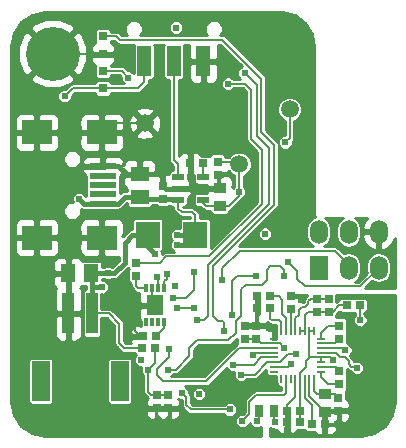
<source format=gbl>
G04 (created by PCBNEW (2013-05-31 BZR 4019)-stable) date 7/3/2014 2:31:18 PM*
%MOIN*%
G04 Gerber Fmt 3.4, Leading zero omitted, Abs format*
%FSLAX34Y34*%
G01*
G70*
G90*
G04 APERTURE LIST*
%ADD10C,0.00590551*%
%ADD11R,0.0906X0.0197*%
%ADD12R,0.0984X0.0787*%
%ADD13C,0.0591*%
%ADD14R,0.0394X0.0236*%
%ADD15R,0.0314X0.0314*%
%ADD16R,0.025X0.04*%
%ADD17R,0.0787X0.0906*%
%ADD18R,0.0394X0.0354*%
%ADD19C,0.18*%
%ADD20R,0.0472441X0.0984252*%
%ADD21R,0.0392X0.1377*%
%ADD22R,0.0393X0.1377*%
%ADD23R,0.059X0.1338*%
%ADD24R,0.059X0.1337*%
%ADD25R,0.0275X0.0315*%
%ADD26R,0.0315X0.0275*%
%ADD27R,0.0117X0.0295*%
%ADD28R,0.057X0.0688*%
%ADD29R,0.0512X0.059*%
%ADD30R,0.059X0.0512*%
%ADD31R,0.06X0.0787*%
%ADD32O,0.06X0.0787*%
%ADD33O,0.0314961X0.00787402*%
%ADD34O,0.00787402X0.0314961*%
%ADD35C,0.024*%
%ADD36C,0.008*%
%ADD37C,0.016*%
%ADD38C,0.01*%
G04 APERTURE END LIST*
G54D10*
G54D11*
X40198Y-21310D03*
X40198Y-20995D03*
X40198Y-20680D03*
X40198Y-20365D03*
X40198Y-20050D03*
G54D12*
X40159Y-22432D03*
X37994Y-22432D03*
X40159Y-18928D03*
X37994Y-18928D03*
G54D13*
X46420Y-18160D03*
X41600Y-18620D03*
G54D14*
X42704Y-21175D03*
X42704Y-20425D03*
X42704Y-20800D03*
X43536Y-20425D03*
X43536Y-21175D03*
G54D15*
X40200Y-17455D03*
X40200Y-16865D03*
X40200Y-15725D03*
X40200Y-16315D03*
G54D16*
X45389Y-28200D03*
X45891Y-28200D03*
G54D17*
X43271Y-22340D03*
X41689Y-22340D03*
G54D18*
X47600Y-27644D03*
X47600Y-28236D03*
X44100Y-21376D03*
X44100Y-20784D03*
G54D19*
X38520Y-16300D03*
G54D20*
X42560Y-16560D03*
X41575Y-16560D03*
X43544Y-16560D03*
G54D21*
X39834Y-24960D03*
G54D22*
X39046Y-24960D03*
G54D23*
X40757Y-27223D03*
G54D24*
X38122Y-27223D03*
G54D25*
X45300Y-25796D03*
X45300Y-25364D03*
X44920Y-25796D03*
X44920Y-25364D03*
X41300Y-23264D03*
X41300Y-23696D03*
G54D26*
X41514Y-26120D03*
X41946Y-26120D03*
X45776Y-24380D03*
X45344Y-24380D03*
X45776Y-24780D03*
X45344Y-24780D03*
G54D25*
X47340Y-24896D03*
X47340Y-24464D03*
G54D26*
X48324Y-24690D03*
X48756Y-24690D03*
G54D25*
X42010Y-27684D03*
X42010Y-28116D03*
G54D26*
X41956Y-25720D03*
X41524Y-25720D03*
G54D25*
X46460Y-24796D03*
X46460Y-24364D03*
X44020Y-19904D03*
X44020Y-20336D03*
X48080Y-25796D03*
X48080Y-25364D03*
X48080Y-27296D03*
X48080Y-26864D03*
X48040Y-27764D03*
X48040Y-28196D03*
G54D26*
X46776Y-28200D03*
X46344Y-28200D03*
X46776Y-28580D03*
X46344Y-28580D03*
X47164Y-28640D03*
X47596Y-28640D03*
G54D25*
X47720Y-24896D03*
X47720Y-24464D03*
G54D26*
X43536Y-19960D03*
X43104Y-19960D03*
G54D25*
X42370Y-27684D03*
X42370Y-28116D03*
X42200Y-21136D03*
X42200Y-20704D03*
G54D27*
X41635Y-24120D03*
X41833Y-24120D03*
X42027Y-24120D03*
X42225Y-24120D03*
X42225Y-25260D03*
X42027Y-25260D03*
X41833Y-25260D03*
X41635Y-25260D03*
G54D28*
X41930Y-24690D03*
G54D29*
X39795Y-23620D03*
X39045Y-23620D03*
G54D30*
X41420Y-21075D03*
X41420Y-20325D03*
G54D13*
X44740Y-19980D03*
G54D31*
X47390Y-23438D03*
G54D32*
X47390Y-22242D03*
X48390Y-23438D03*
X48390Y-22242D03*
X49390Y-23438D03*
X49390Y-22242D03*
G54D33*
X47477Y-25956D03*
X47477Y-26113D03*
X47477Y-26271D03*
X47477Y-26428D03*
X47477Y-26901D03*
G54D34*
X47241Y-27137D03*
X47083Y-27137D03*
X46926Y-27137D03*
X46768Y-27137D03*
X46611Y-27137D03*
X46453Y-27137D03*
G54D33*
X47477Y-25798D03*
G54D34*
X46296Y-27137D03*
X46138Y-27137D03*
G54D33*
X45902Y-26901D03*
X45902Y-26743D03*
X45902Y-26586D03*
X45902Y-26428D03*
X45902Y-26271D03*
X45902Y-26113D03*
X45902Y-25956D03*
X45902Y-25798D03*
G54D34*
X46138Y-25562D03*
X46296Y-25562D03*
X46453Y-25562D03*
X46611Y-25562D03*
G54D33*
X47477Y-26586D03*
X47477Y-26743D03*
G54D34*
X46768Y-25562D03*
X46926Y-25562D03*
X47083Y-25562D03*
X47241Y-25562D03*
G54D35*
X45320Y-28550D03*
X46250Y-26120D03*
X43410Y-27640D03*
X41480Y-26510D03*
X45610Y-22300D03*
X42600Y-24030D03*
X42630Y-15430D03*
X44730Y-20920D03*
X41920Y-22970D03*
X41990Y-23730D03*
X40170Y-24090D03*
X40360Y-23620D03*
X41700Y-26850D03*
X44920Y-16940D03*
X43340Y-25180D03*
X46280Y-19260D03*
X47860Y-26510D03*
X45920Y-28590D03*
X48280Y-26180D03*
X48660Y-26780D03*
X45720Y-25440D03*
X39600Y-26100D03*
X46810Y-24500D03*
X45990Y-22310D03*
X41280Y-24550D03*
X47990Y-28640D03*
X46340Y-28830D03*
X44280Y-26150D03*
X39290Y-20250D03*
X41410Y-19730D03*
X44420Y-28160D03*
X42830Y-27600D03*
X45200Y-26360D03*
X44800Y-27000D03*
X46640Y-26300D03*
X44240Y-25540D03*
X41040Y-17100D03*
X44380Y-17300D03*
X48780Y-25190D03*
X44540Y-26680D03*
X44180Y-23840D03*
X38920Y-17720D03*
X42320Y-23640D03*
X42660Y-22680D03*
X39400Y-21140D03*
X42680Y-22340D03*
X44500Y-25000D03*
X45300Y-23720D03*
X43220Y-24780D03*
X42680Y-24780D03*
X46460Y-26640D03*
X42390Y-26140D03*
X44850Y-28550D03*
X42520Y-24450D03*
X46360Y-23240D03*
X43240Y-23580D03*
X46240Y-23700D03*
X42370Y-26840D03*
G54D36*
X45389Y-28481D02*
X45320Y-28550D01*
X45389Y-28200D02*
X45389Y-28481D01*
X46086Y-25956D02*
X46250Y-26120D01*
X46086Y-25956D02*
X45902Y-25956D01*
X45902Y-25956D02*
X45460Y-25956D01*
X45460Y-25956D02*
X45300Y-25796D01*
X44730Y-20920D02*
X44730Y-19990D01*
X44730Y-19990D02*
X44740Y-19980D01*
X44100Y-21376D02*
X44384Y-21376D01*
X44730Y-21030D02*
X44730Y-20920D01*
X44384Y-21376D02*
X44730Y-21030D01*
X44020Y-19904D02*
X44664Y-19904D01*
X44664Y-19904D02*
X44740Y-19980D01*
X43536Y-21175D02*
X43536Y-21276D01*
X43536Y-21276D02*
X43636Y-21376D01*
X43636Y-21376D02*
X44100Y-21376D01*
X45300Y-25796D02*
X44920Y-25796D01*
X41514Y-26120D02*
X40910Y-26120D01*
X40910Y-26120D02*
X40740Y-25950D01*
X42027Y-24120D02*
X42027Y-23767D01*
G54D37*
X41689Y-22739D02*
X41920Y-22970D01*
X41689Y-22739D02*
X41689Y-22340D01*
G54D36*
X42027Y-23767D02*
X41990Y-23730D01*
G54D37*
X39834Y-24090D02*
X40170Y-24090D01*
G54D36*
X39834Y-24960D02*
X40400Y-24960D01*
G54D37*
X40360Y-23620D02*
X40580Y-23620D01*
X39795Y-23620D02*
X40360Y-23620D01*
X41180Y-22340D02*
X41689Y-22340D01*
X40920Y-22600D02*
X41180Y-22340D01*
X40920Y-23280D02*
X40920Y-22600D01*
X40580Y-23620D02*
X40920Y-23280D01*
G54D36*
X40740Y-25300D02*
X40740Y-25950D01*
X40740Y-25950D02*
X40740Y-25960D01*
X40400Y-24960D02*
X40740Y-25300D01*
G54D37*
X39834Y-24960D02*
X39834Y-24090D01*
X39834Y-24090D02*
X39834Y-23659D01*
G54D36*
X39834Y-23659D02*
X39795Y-23620D01*
X46296Y-25562D02*
X46296Y-25096D01*
X46060Y-24380D02*
X45776Y-24380D01*
X46180Y-24500D02*
X46060Y-24380D01*
X46180Y-24980D02*
X46180Y-24500D01*
X46296Y-25096D02*
X46180Y-24980D01*
X45776Y-25136D02*
X45820Y-25180D01*
X45776Y-24780D02*
X45776Y-25136D01*
X46138Y-25238D02*
X46138Y-25562D01*
X46080Y-25180D02*
X46138Y-25238D01*
X45820Y-25180D02*
X46080Y-25180D01*
X46138Y-25562D02*
X46138Y-25498D01*
X48080Y-25364D02*
X47716Y-25364D01*
X47477Y-25602D02*
X47716Y-25364D01*
X47477Y-25602D02*
X47477Y-25798D01*
X47471Y-25956D02*
X47919Y-25956D01*
X47919Y-25956D02*
X48080Y-25796D01*
X47471Y-26743D02*
X47959Y-26743D01*
X47959Y-26743D02*
X48080Y-26864D01*
X47477Y-26901D02*
X47477Y-27067D01*
X47706Y-27296D02*
X48080Y-27296D01*
X47477Y-27067D02*
X47706Y-27296D01*
X46768Y-25562D02*
X46926Y-25562D01*
X47720Y-24896D02*
X47864Y-24896D01*
X48070Y-24690D02*
X48324Y-24690D01*
X47864Y-24896D02*
X48070Y-24690D01*
X47340Y-24896D02*
X47720Y-24896D01*
X46926Y-25562D02*
X46926Y-25013D01*
X47044Y-24896D02*
X47340Y-24896D01*
X46926Y-25013D02*
X47044Y-24896D01*
X47340Y-24464D02*
X47720Y-24464D01*
X47340Y-24464D02*
X47136Y-24464D01*
X46611Y-25118D02*
X46611Y-25562D01*
X46730Y-25000D02*
X46611Y-25118D01*
X46730Y-24840D02*
X46730Y-25000D01*
X46820Y-24750D02*
X46730Y-24840D01*
X46950Y-24750D02*
X46820Y-24750D01*
X47050Y-24650D02*
X46950Y-24750D01*
X47050Y-24550D02*
X47050Y-24650D01*
X47136Y-24464D02*
X47050Y-24550D01*
X46926Y-27121D02*
X46926Y-27786D01*
X47164Y-28024D02*
X47164Y-28640D01*
X46926Y-27786D02*
X47164Y-28024D01*
X46453Y-25562D02*
X46453Y-24802D01*
X46453Y-24802D02*
X46460Y-24796D01*
X47600Y-27644D02*
X47920Y-27644D01*
X47920Y-27644D02*
X48040Y-27764D01*
X47241Y-27137D02*
X47241Y-27561D01*
X47324Y-27644D02*
X47600Y-27644D01*
X47241Y-27561D02*
X47324Y-27644D01*
X41700Y-26850D02*
X41700Y-27570D01*
X41814Y-27684D02*
X42010Y-27684D01*
X41700Y-27570D02*
X41814Y-27684D01*
X42370Y-27684D02*
X42010Y-27684D01*
X41946Y-26604D02*
X41946Y-26120D01*
X41700Y-26850D02*
X41946Y-26604D01*
X45720Y-21320D02*
X45720Y-19440D01*
X43700Y-25060D02*
X43700Y-23340D01*
X43340Y-25180D02*
X43580Y-25180D01*
X43580Y-25180D02*
X43700Y-25060D01*
X43700Y-23340D02*
X45720Y-21320D01*
X45320Y-19040D02*
X45320Y-17340D01*
X45720Y-19440D02*
X45320Y-19040D01*
X44920Y-16940D02*
X45320Y-17340D01*
X46420Y-18160D02*
X46420Y-19120D01*
X46420Y-19120D02*
X46280Y-19260D01*
X47477Y-26428D02*
X47778Y-26428D01*
X47778Y-26428D02*
X47860Y-26510D01*
X46768Y-27137D02*
X46768Y-28192D01*
X46768Y-28192D02*
X46776Y-28200D01*
X47083Y-25562D02*
X47083Y-26421D01*
X47083Y-26421D02*
X47091Y-26428D01*
X47083Y-25562D02*
X47241Y-25562D01*
X47477Y-26586D02*
X47477Y-26428D01*
X46768Y-27137D02*
X46768Y-26951D01*
X46768Y-26951D02*
X46970Y-26750D01*
X46970Y-26750D02*
X46970Y-26550D01*
X46970Y-26550D02*
X47091Y-26428D01*
X47091Y-26428D02*
X47477Y-26428D01*
X45891Y-28200D02*
X45891Y-28561D01*
X45891Y-28561D02*
X45920Y-28590D01*
X46776Y-28200D02*
X46776Y-28580D01*
X48213Y-26113D02*
X47441Y-26113D01*
X48280Y-26180D02*
X48213Y-26113D01*
X47951Y-26271D02*
X47471Y-26271D01*
X48100Y-26420D02*
X47951Y-26271D01*
X48260Y-26420D02*
X48100Y-26420D01*
X48400Y-26560D02*
X48260Y-26420D01*
X48400Y-26660D02*
X48400Y-26560D01*
X48480Y-26740D02*
X48400Y-26660D01*
X48620Y-26740D02*
X48480Y-26740D01*
X48660Y-26780D02*
X48620Y-26740D01*
X45902Y-25798D02*
X45902Y-25622D01*
X45902Y-25622D02*
X45720Y-25440D01*
X46460Y-24364D02*
X46674Y-24364D01*
X46674Y-24364D02*
X46810Y-24500D01*
X41524Y-25720D02*
X41470Y-25720D01*
X41420Y-24690D02*
X41280Y-24550D01*
X41420Y-24690D02*
X41930Y-24690D01*
X41280Y-25530D02*
X41280Y-24550D01*
X41470Y-25720D02*
X41280Y-25530D01*
X47596Y-28640D02*
X47990Y-28640D01*
X46344Y-28580D02*
X46344Y-28826D01*
X46344Y-28826D02*
X46340Y-28830D01*
X45644Y-25364D02*
X45720Y-25440D01*
X45644Y-25364D02*
X45300Y-25364D01*
X45716Y-25444D02*
X45720Y-25440D01*
X40198Y-20050D02*
X39490Y-20050D01*
X39490Y-20050D02*
X39290Y-20250D01*
X41420Y-20325D02*
X41420Y-19740D01*
X41420Y-19740D02*
X41410Y-19730D01*
X41600Y-18620D02*
X40467Y-18620D01*
X40467Y-18620D02*
X40159Y-18928D01*
X40200Y-16315D02*
X38535Y-16315D01*
X38535Y-16315D02*
X38520Y-16300D01*
X44020Y-20336D02*
X44020Y-20704D01*
X44020Y-20704D02*
X44100Y-20784D01*
X44100Y-20784D02*
X43764Y-20784D01*
X43680Y-20700D02*
X43104Y-20700D01*
X43764Y-20784D02*
X43680Y-20700D01*
G54D37*
X41420Y-20325D02*
X42065Y-20325D01*
X42200Y-20460D02*
X42200Y-20704D01*
X42065Y-20325D02*
X42200Y-20460D01*
X40198Y-20050D02*
X40710Y-20050D01*
X40985Y-20325D02*
X41420Y-20325D01*
X40710Y-20050D02*
X40985Y-20325D01*
G54D36*
X42704Y-20800D02*
X43020Y-20800D01*
X43020Y-20800D02*
X43104Y-20716D01*
X43104Y-20716D02*
X43104Y-20700D01*
X43104Y-20700D02*
X43104Y-19960D01*
G54D37*
X42704Y-20800D02*
X42296Y-20800D01*
G54D36*
X42296Y-20800D02*
X42200Y-20704D01*
G54D37*
X39046Y-24960D02*
X39046Y-23621D01*
G54D36*
X39046Y-23621D02*
X39045Y-23620D01*
X41833Y-24120D02*
X41833Y-24593D01*
X41833Y-24593D02*
X41930Y-24690D01*
X45344Y-24780D02*
X45344Y-25320D01*
X45344Y-25320D02*
X45300Y-25364D01*
X45344Y-24380D02*
X45344Y-24780D01*
X45300Y-25364D02*
X44920Y-25364D01*
X46344Y-28200D02*
X46344Y-28580D01*
X46611Y-27137D02*
X46611Y-27748D01*
X46344Y-28016D02*
X46344Y-28200D01*
X46611Y-27748D02*
X46344Y-28016D01*
X47600Y-28236D02*
X47600Y-28636D01*
X47600Y-28636D02*
X47596Y-28640D01*
X47600Y-28236D02*
X48000Y-28236D01*
X48000Y-28236D02*
X48040Y-28196D01*
X47083Y-27137D02*
X47083Y-27703D01*
X47616Y-28236D02*
X47600Y-28236D01*
X47083Y-27703D02*
X47616Y-28236D01*
X43130Y-28160D02*
X44420Y-28160D01*
X42980Y-28010D02*
X43130Y-28160D01*
X42980Y-27750D02*
X42980Y-28010D01*
X42830Y-27600D02*
X42980Y-27750D01*
X45902Y-26271D02*
X45288Y-26271D01*
X45288Y-26271D02*
X45200Y-26360D01*
X45902Y-26586D02*
X45673Y-26586D01*
X45260Y-27000D02*
X44800Y-27000D01*
X45673Y-26586D02*
X45260Y-27000D01*
X45902Y-26586D02*
X46093Y-26586D01*
X46380Y-26300D02*
X46093Y-26586D01*
X46380Y-26300D02*
X46640Y-26300D01*
X44180Y-15840D02*
X45480Y-17140D01*
X40645Y-15725D02*
X40760Y-15840D01*
X40760Y-15840D02*
X44180Y-15840D01*
X43860Y-24860D02*
X43860Y-25040D01*
X45480Y-18920D02*
X45900Y-19340D01*
X45900Y-19340D02*
X45900Y-21340D01*
X45900Y-21340D02*
X43860Y-23380D01*
X43860Y-23380D02*
X43860Y-24860D01*
X45480Y-17140D02*
X45480Y-18920D01*
X44240Y-25260D02*
X44240Y-25540D01*
X44180Y-25200D02*
X44240Y-25260D01*
X44020Y-25200D02*
X44180Y-25200D01*
X43860Y-25040D02*
X44020Y-25200D01*
X40645Y-15725D02*
X40200Y-15725D01*
X45140Y-17520D02*
X44920Y-17300D01*
X45500Y-19520D02*
X45140Y-19160D01*
X41300Y-23264D02*
X42096Y-23264D01*
X43740Y-23060D02*
X45500Y-21300D01*
X42300Y-23060D02*
X43740Y-23060D01*
X42096Y-23264D02*
X42300Y-23060D01*
X45500Y-21300D02*
X45500Y-19520D01*
X45140Y-17520D02*
X45140Y-19160D01*
X40820Y-16860D02*
X40815Y-16865D01*
X40820Y-16880D02*
X40820Y-16860D01*
X41040Y-17100D02*
X40820Y-16880D01*
X44920Y-17300D02*
X44380Y-17300D01*
X40200Y-16865D02*
X40815Y-16865D01*
X42560Y-16560D02*
X42560Y-19840D01*
X42560Y-19840D02*
X42704Y-19984D01*
X42704Y-19984D02*
X42704Y-20425D01*
X43536Y-20425D02*
X43536Y-19960D01*
X42225Y-25260D02*
X42225Y-25451D01*
X42225Y-25451D02*
X41956Y-25720D01*
X41300Y-23696D02*
X41300Y-24040D01*
X41380Y-24120D02*
X41635Y-24120D01*
X41300Y-24040D02*
X41380Y-24120D01*
X48756Y-24690D02*
X48756Y-25166D01*
X48756Y-25166D02*
X48780Y-25190D01*
X47800Y-22880D02*
X47930Y-22880D01*
X47930Y-22880D02*
X48390Y-23340D01*
X45902Y-26428D02*
X45471Y-26428D01*
X45220Y-26680D02*
X44540Y-26680D01*
X45471Y-26428D02*
X45220Y-26680D01*
X44180Y-23460D02*
X44180Y-23840D01*
X44760Y-22880D02*
X44180Y-23460D01*
X47820Y-22880D02*
X47800Y-22880D01*
X47800Y-22880D02*
X44760Y-22880D01*
X40200Y-17455D02*
X39185Y-17455D01*
X39185Y-17455D02*
X38920Y-17720D01*
X42225Y-24120D02*
X42225Y-23895D01*
G54D37*
X43210Y-22340D02*
X43271Y-22340D01*
X42870Y-22680D02*
X42660Y-22680D01*
X43210Y-22340D02*
X42870Y-22680D01*
G54D36*
X42320Y-23800D02*
X42320Y-23640D01*
X42225Y-23895D02*
X42320Y-23800D01*
G54D37*
X40198Y-21310D02*
X39570Y-21310D01*
X39570Y-21310D02*
X39400Y-21140D01*
X43271Y-22340D02*
X42680Y-22340D01*
G54D36*
X41575Y-16560D02*
X41575Y-17244D01*
X41365Y-17455D02*
X40200Y-17455D01*
X41575Y-17244D02*
X41365Y-17455D01*
X42704Y-21175D02*
X42704Y-21464D01*
X43271Y-21691D02*
X43271Y-22340D01*
X43160Y-21580D02*
X43271Y-21691D01*
X42820Y-21580D02*
X43160Y-21580D01*
X42704Y-21464D02*
X42820Y-21580D01*
G54D37*
X42200Y-21136D02*
X41481Y-21136D01*
G54D36*
X41481Y-21136D02*
X41420Y-21075D01*
G54D37*
X40198Y-21310D02*
X40690Y-21310D01*
X40690Y-21310D02*
X40925Y-21075D01*
X40925Y-21075D02*
X41420Y-21075D01*
X42200Y-21136D02*
X42665Y-21136D01*
G54D36*
X42665Y-21136D02*
X42704Y-21175D01*
X44660Y-23720D02*
X44500Y-23880D01*
X44500Y-23880D02*
X44500Y-25000D01*
X45300Y-23720D02*
X44660Y-23720D01*
X43220Y-24780D02*
X42680Y-24780D01*
X45902Y-26743D02*
X46356Y-26743D01*
X46356Y-26743D02*
X46460Y-26640D01*
X44746Y-26113D02*
X45908Y-26113D01*
X44746Y-26113D02*
X43640Y-27220D01*
X42200Y-27220D02*
X43640Y-27220D01*
X42000Y-27020D02*
X42200Y-27220D01*
X42000Y-26810D02*
X42000Y-27020D01*
X42400Y-26410D02*
X42000Y-26810D01*
X42400Y-26150D02*
X42400Y-26410D01*
X42390Y-26140D02*
X42400Y-26150D01*
X46296Y-27131D02*
X46296Y-27603D01*
X46296Y-27603D02*
X46220Y-27680D01*
X46220Y-27680D02*
X45300Y-27680D01*
X45300Y-27680D02*
X45080Y-27900D01*
X45080Y-27900D02*
X45080Y-28320D01*
X45080Y-28320D02*
X44850Y-28550D01*
X49390Y-23440D02*
X49390Y-23340D01*
X46920Y-24060D02*
X46660Y-23800D01*
X46660Y-23800D02*
X46660Y-23540D01*
X46660Y-23540D02*
X46360Y-23240D01*
X49390Y-23440D02*
X48770Y-24060D01*
X46920Y-24060D02*
X48770Y-24060D01*
X43240Y-24190D02*
X43240Y-23580D01*
X42980Y-24450D02*
X43240Y-24190D01*
X42520Y-24450D02*
X42980Y-24450D01*
X43340Y-25860D02*
X44380Y-25860D01*
X44380Y-25860D02*
X44620Y-25620D01*
X44620Y-25620D02*
X44620Y-25220D01*
X44620Y-25220D02*
X44800Y-25040D01*
X44800Y-25040D02*
X44800Y-24160D01*
X44800Y-24160D02*
X44960Y-24000D01*
X44960Y-24000D02*
X45500Y-24000D01*
X45500Y-24000D02*
X45660Y-23840D01*
X45660Y-23840D02*
X45660Y-23500D01*
X45660Y-23500D02*
X45780Y-23380D01*
X45780Y-23380D02*
X46100Y-23380D01*
X46100Y-23380D02*
X46240Y-23520D01*
X46240Y-23520D02*
X46240Y-23700D01*
X43080Y-26120D02*
X43340Y-25860D01*
X43080Y-26380D02*
X43080Y-26120D01*
X42630Y-26830D02*
X43080Y-26380D01*
X42380Y-26830D02*
X42630Y-26830D01*
X42370Y-26840D02*
X42380Y-26830D01*
G54D10*
G36*
X41987Y-24740D02*
X41980Y-24740D01*
X41980Y-24747D01*
X41880Y-24747D01*
X41880Y-24740D01*
X41457Y-24740D01*
X41395Y-24802D01*
X41394Y-24984D01*
X41395Y-25083D01*
X41433Y-25175D01*
X41456Y-25199D01*
X41456Y-25377D01*
X41411Y-25332D01*
X41316Y-25332D01*
X41225Y-25370D01*
X41154Y-25440D01*
X41116Y-25532D01*
X41116Y-25632D01*
X41116Y-25607D01*
X41179Y-25670D01*
X41474Y-25670D01*
X41474Y-25662D01*
X41574Y-25662D01*
X41574Y-25670D01*
X41581Y-25670D01*
X41581Y-25770D01*
X41574Y-25770D01*
X41574Y-25777D01*
X41474Y-25777D01*
X41474Y-25770D01*
X41179Y-25770D01*
X41116Y-25832D01*
X41116Y-25807D01*
X41116Y-25907D01*
X41138Y-25960D01*
X40976Y-25960D01*
X40900Y-25883D01*
X40900Y-25300D01*
X40899Y-25299D01*
X40887Y-25238D01*
X40853Y-25186D01*
X40853Y-25186D01*
X40513Y-24846D01*
X40461Y-24812D01*
X40400Y-24800D01*
X40150Y-24800D01*
X40150Y-24329D01*
X40217Y-24330D01*
X40305Y-24293D01*
X40373Y-24226D01*
X40409Y-24137D01*
X40410Y-24042D01*
X40373Y-23954D01*
X40306Y-23886D01*
X40217Y-23850D01*
X40171Y-23850D01*
X40171Y-23820D01*
X40220Y-23820D01*
X40223Y-23823D01*
X40312Y-23859D01*
X40407Y-23860D01*
X40495Y-23823D01*
X40499Y-23820D01*
X40580Y-23820D01*
X40656Y-23804D01*
X40721Y-23761D01*
X41042Y-23440D01*
X41042Y-23445D01*
X41056Y-23480D01*
X41042Y-23514D01*
X41042Y-23562D01*
X41042Y-23877D01*
X41060Y-23921D01*
X41094Y-23955D01*
X41138Y-23973D01*
X41140Y-23973D01*
X41140Y-24040D01*
X41152Y-24101D01*
X41186Y-24153D01*
X41266Y-24233D01*
X41318Y-24267D01*
X41380Y-24280D01*
X41401Y-24280D01*
X41395Y-24296D01*
X41394Y-24395D01*
X41395Y-24577D01*
X41457Y-24640D01*
X41880Y-24640D01*
X41880Y-24632D01*
X41980Y-24632D01*
X41980Y-24640D01*
X41987Y-24640D01*
X41987Y-24740D01*
X41987Y-24740D01*
G37*
G54D38*
X41987Y-24740D02*
X41980Y-24740D01*
X41980Y-24747D01*
X41880Y-24747D01*
X41880Y-24740D01*
X41457Y-24740D01*
X41395Y-24802D01*
X41394Y-24984D01*
X41395Y-25083D01*
X41433Y-25175D01*
X41456Y-25199D01*
X41456Y-25377D01*
X41411Y-25332D01*
X41316Y-25332D01*
X41225Y-25370D01*
X41154Y-25440D01*
X41116Y-25532D01*
X41116Y-25632D01*
X41116Y-25607D01*
X41179Y-25670D01*
X41474Y-25670D01*
X41474Y-25662D01*
X41574Y-25662D01*
X41574Y-25670D01*
X41581Y-25670D01*
X41581Y-25770D01*
X41574Y-25770D01*
X41574Y-25777D01*
X41474Y-25777D01*
X41474Y-25770D01*
X41179Y-25770D01*
X41116Y-25832D01*
X41116Y-25807D01*
X41116Y-25907D01*
X41138Y-25960D01*
X40976Y-25960D01*
X40900Y-25883D01*
X40900Y-25300D01*
X40899Y-25299D01*
X40887Y-25238D01*
X40853Y-25186D01*
X40853Y-25186D01*
X40513Y-24846D01*
X40461Y-24812D01*
X40400Y-24800D01*
X40150Y-24800D01*
X40150Y-24329D01*
X40217Y-24330D01*
X40305Y-24293D01*
X40373Y-24226D01*
X40409Y-24137D01*
X40410Y-24042D01*
X40373Y-23954D01*
X40306Y-23886D01*
X40217Y-23850D01*
X40171Y-23850D01*
X40171Y-23820D01*
X40220Y-23820D01*
X40223Y-23823D01*
X40312Y-23859D01*
X40407Y-23860D01*
X40495Y-23823D01*
X40499Y-23820D01*
X40580Y-23820D01*
X40656Y-23804D01*
X40721Y-23761D01*
X41042Y-23440D01*
X41042Y-23445D01*
X41056Y-23480D01*
X41042Y-23514D01*
X41042Y-23562D01*
X41042Y-23877D01*
X41060Y-23921D01*
X41094Y-23955D01*
X41138Y-23973D01*
X41140Y-23973D01*
X41140Y-24040D01*
X41152Y-24101D01*
X41186Y-24153D01*
X41266Y-24233D01*
X41318Y-24267D01*
X41380Y-24280D01*
X41401Y-24280D01*
X41395Y-24296D01*
X41394Y-24395D01*
X41395Y-24577D01*
X41457Y-24640D01*
X41880Y-24640D01*
X41880Y-24632D01*
X41980Y-24632D01*
X41980Y-24640D01*
X41987Y-24640D01*
X41987Y-24740D01*
G54D10*
G36*
X44663Y-25980D02*
X44633Y-26000D01*
X43573Y-27060D01*
X42466Y-27060D01*
X42505Y-27043D01*
X42559Y-26990D01*
X42630Y-26990D01*
X42691Y-26977D01*
X42691Y-26977D01*
X42743Y-26943D01*
X43193Y-26493D01*
X43227Y-26441D01*
X43240Y-26380D01*
X43240Y-26186D01*
X43406Y-26020D01*
X44380Y-26020D01*
X44441Y-26007D01*
X44441Y-26007D01*
X44493Y-25973D01*
X44662Y-25803D01*
X44662Y-25977D01*
X44663Y-25980D01*
X44663Y-25980D01*
G37*
G54D38*
X44663Y-25980D02*
X44633Y-26000D01*
X43573Y-27060D01*
X42466Y-27060D01*
X42505Y-27043D01*
X42559Y-26990D01*
X42630Y-26990D01*
X42691Y-26977D01*
X42691Y-26977D01*
X42743Y-26943D01*
X43193Y-26493D01*
X43227Y-26441D01*
X43240Y-26380D01*
X43240Y-26186D01*
X43406Y-26020D01*
X44380Y-26020D01*
X44441Y-26007D01*
X44441Y-26007D01*
X44493Y-25973D01*
X44662Y-25803D01*
X44662Y-25977D01*
X44663Y-25980D01*
G54D10*
G36*
X45340Y-21233D02*
X45155Y-21418D01*
X45155Y-19897D01*
X45092Y-19744D01*
X44975Y-19627D01*
X44823Y-19564D01*
X44657Y-19564D01*
X44504Y-19627D01*
X44388Y-19744D01*
X44277Y-19744D01*
X44277Y-19722D01*
X44259Y-19678D01*
X44225Y-19644D01*
X44181Y-19626D01*
X44133Y-19626D01*
X44030Y-19626D01*
X44030Y-17002D01*
X44030Y-16672D01*
X43967Y-16610D01*
X43594Y-16610D01*
X43594Y-17239D01*
X43656Y-17302D01*
X43829Y-17302D01*
X43921Y-17264D01*
X43992Y-17193D01*
X44030Y-17102D01*
X44030Y-17002D01*
X44030Y-19626D01*
X43858Y-19626D01*
X43814Y-19644D01*
X43780Y-19678D01*
X43762Y-19722D01*
X43761Y-19720D01*
X43717Y-19702D01*
X43669Y-19702D01*
X43494Y-19702D01*
X43494Y-17239D01*
X43494Y-16610D01*
X43120Y-16610D01*
X43058Y-16672D01*
X43057Y-17002D01*
X43058Y-17102D01*
X43096Y-17193D01*
X43166Y-17264D01*
X43258Y-17302D01*
X43431Y-17302D01*
X43494Y-17239D01*
X43494Y-19702D01*
X43482Y-19702D01*
X43473Y-19680D01*
X43402Y-19610D01*
X43311Y-19572D01*
X43216Y-19572D01*
X43154Y-19635D01*
X43154Y-19910D01*
X43161Y-19910D01*
X43161Y-20010D01*
X43154Y-20010D01*
X43154Y-20285D01*
X43216Y-20347D01*
X43218Y-20347D01*
X43218Y-20566D01*
X43237Y-20610D01*
X43270Y-20644D01*
X43315Y-20662D01*
X43362Y-20663D01*
X43652Y-20663D01*
X43653Y-20671D01*
X43715Y-20734D01*
X43809Y-20734D01*
X43832Y-20743D01*
X43932Y-20743D01*
X43907Y-20743D01*
X43917Y-20734D01*
X44050Y-20734D01*
X44050Y-20419D01*
X43987Y-20357D01*
X43962Y-20356D01*
X43962Y-20286D01*
X43970Y-20286D01*
X43970Y-20278D01*
X44070Y-20278D01*
X44070Y-20286D01*
X44345Y-20286D01*
X44401Y-20229D01*
X44504Y-20332D01*
X44570Y-20359D01*
X44570Y-20740D01*
X44547Y-20763D01*
X44547Y-20763D01*
X44547Y-20733D01*
X44484Y-20733D01*
X44547Y-20671D01*
X44547Y-20557D01*
X44509Y-20465D01*
X44438Y-20395D01*
X44346Y-20357D01*
X44247Y-20356D01*
X44212Y-20357D01*
X44183Y-20386D01*
X44070Y-20386D01*
X44070Y-20681D01*
X44132Y-20743D01*
X44107Y-20743D01*
X44157Y-20743D01*
X44157Y-20834D01*
X44150Y-20834D01*
X44150Y-20841D01*
X44050Y-20841D01*
X44050Y-20834D01*
X43715Y-20834D01*
X43653Y-20896D01*
X43652Y-20936D01*
X43315Y-20936D01*
X43271Y-20955D01*
X43237Y-20988D01*
X43219Y-21033D01*
X43218Y-21080D01*
X43218Y-21316D01*
X43237Y-21360D01*
X43270Y-21394D01*
X43315Y-21412D01*
X43362Y-21413D01*
X43446Y-21413D01*
X43522Y-21489D01*
X43574Y-21523D01*
X43636Y-21536D01*
X43782Y-21536D01*
X43782Y-21576D01*
X43801Y-21620D01*
X43834Y-21654D01*
X43879Y-21672D01*
X43926Y-21673D01*
X44320Y-21673D01*
X44364Y-21654D01*
X44398Y-21621D01*
X44416Y-21576D01*
X44417Y-21529D01*
X44445Y-21523D01*
X44445Y-21523D01*
X44497Y-21489D01*
X44843Y-21143D01*
X44843Y-21143D01*
X44852Y-21129D01*
X44852Y-21129D01*
X44865Y-21123D01*
X44933Y-21056D01*
X44969Y-20967D01*
X44970Y-20872D01*
X44933Y-20784D01*
X44890Y-20740D01*
X44890Y-20367D01*
X44975Y-20332D01*
X45092Y-20215D01*
X45155Y-20063D01*
X45155Y-19897D01*
X45155Y-21418D01*
X43784Y-22789D01*
X43784Y-22769D01*
X43784Y-21863D01*
X43766Y-21819D01*
X43732Y-21785D01*
X43688Y-21767D01*
X43640Y-21766D01*
X43431Y-21766D01*
X43431Y-21691D01*
X43418Y-21629D01*
X43384Y-21577D01*
X43273Y-21466D01*
X43221Y-21432D01*
X43160Y-21420D01*
X42886Y-21420D01*
X42879Y-21413D01*
X42924Y-21413D01*
X42968Y-21394D01*
X43002Y-21361D01*
X43020Y-21316D01*
X43021Y-21269D01*
X43021Y-21138D01*
X43042Y-21129D01*
X43113Y-21059D01*
X43151Y-20967D01*
X43151Y-20912D01*
X43088Y-20850D01*
X42754Y-20850D01*
X42754Y-20857D01*
X42654Y-20857D01*
X42654Y-20850D01*
X42646Y-20850D01*
X42646Y-20750D01*
X42654Y-20750D01*
X42654Y-20742D01*
X42754Y-20742D01*
X42754Y-20750D01*
X43088Y-20750D01*
X43151Y-20687D01*
X43151Y-20632D01*
X43113Y-20540D01*
X43042Y-20470D01*
X43021Y-20461D01*
X43021Y-20317D01*
X43054Y-20285D01*
X43054Y-20010D01*
X43046Y-20010D01*
X43046Y-19910D01*
X43054Y-19910D01*
X43054Y-19635D01*
X42991Y-19572D01*
X42896Y-19572D01*
X42805Y-19610D01*
X42734Y-19680D01*
X42720Y-19716D01*
X42720Y-17172D01*
X42819Y-17172D01*
X42864Y-17153D01*
X42897Y-17120D01*
X42916Y-17076D01*
X42916Y-17028D01*
X42916Y-16044D01*
X42898Y-16000D01*
X43065Y-16000D01*
X43058Y-16017D01*
X43057Y-16117D01*
X43058Y-16447D01*
X43120Y-16510D01*
X43494Y-16510D01*
X43494Y-16502D01*
X43594Y-16502D01*
X43594Y-16510D01*
X43967Y-16510D01*
X44030Y-16447D01*
X44030Y-16117D01*
X44030Y-16017D01*
X44022Y-16000D01*
X44113Y-16000D01*
X44830Y-16717D01*
X44784Y-16736D01*
X44716Y-16803D01*
X44680Y-16892D01*
X44679Y-16987D01*
X44716Y-17075D01*
X44780Y-17140D01*
X44559Y-17140D01*
X44516Y-17096D01*
X44427Y-17060D01*
X44332Y-17059D01*
X44244Y-17096D01*
X44176Y-17163D01*
X44140Y-17252D01*
X44139Y-17347D01*
X44176Y-17435D01*
X44243Y-17503D01*
X44332Y-17539D01*
X44427Y-17540D01*
X44515Y-17503D01*
X44559Y-17460D01*
X44853Y-17460D01*
X44980Y-17586D01*
X44980Y-19160D01*
X44992Y-19221D01*
X45026Y-19273D01*
X45340Y-19586D01*
X45340Y-21233D01*
X45340Y-21233D01*
G37*
G54D38*
X45340Y-21233D02*
X45155Y-21418D01*
X45155Y-19897D01*
X45092Y-19744D01*
X44975Y-19627D01*
X44823Y-19564D01*
X44657Y-19564D01*
X44504Y-19627D01*
X44388Y-19744D01*
X44277Y-19744D01*
X44277Y-19722D01*
X44259Y-19678D01*
X44225Y-19644D01*
X44181Y-19626D01*
X44133Y-19626D01*
X44030Y-19626D01*
X44030Y-17002D01*
X44030Y-16672D01*
X43967Y-16610D01*
X43594Y-16610D01*
X43594Y-17239D01*
X43656Y-17302D01*
X43829Y-17302D01*
X43921Y-17264D01*
X43992Y-17193D01*
X44030Y-17102D01*
X44030Y-17002D01*
X44030Y-19626D01*
X43858Y-19626D01*
X43814Y-19644D01*
X43780Y-19678D01*
X43762Y-19722D01*
X43761Y-19720D01*
X43717Y-19702D01*
X43669Y-19702D01*
X43494Y-19702D01*
X43494Y-17239D01*
X43494Y-16610D01*
X43120Y-16610D01*
X43058Y-16672D01*
X43057Y-17002D01*
X43058Y-17102D01*
X43096Y-17193D01*
X43166Y-17264D01*
X43258Y-17302D01*
X43431Y-17302D01*
X43494Y-17239D01*
X43494Y-19702D01*
X43482Y-19702D01*
X43473Y-19680D01*
X43402Y-19610D01*
X43311Y-19572D01*
X43216Y-19572D01*
X43154Y-19635D01*
X43154Y-19910D01*
X43161Y-19910D01*
X43161Y-20010D01*
X43154Y-20010D01*
X43154Y-20285D01*
X43216Y-20347D01*
X43218Y-20347D01*
X43218Y-20566D01*
X43237Y-20610D01*
X43270Y-20644D01*
X43315Y-20662D01*
X43362Y-20663D01*
X43652Y-20663D01*
X43653Y-20671D01*
X43715Y-20734D01*
X43809Y-20734D01*
X43832Y-20743D01*
X43932Y-20743D01*
X43907Y-20743D01*
X43917Y-20734D01*
X44050Y-20734D01*
X44050Y-20419D01*
X43987Y-20357D01*
X43962Y-20356D01*
X43962Y-20286D01*
X43970Y-20286D01*
X43970Y-20278D01*
X44070Y-20278D01*
X44070Y-20286D01*
X44345Y-20286D01*
X44401Y-20229D01*
X44504Y-20332D01*
X44570Y-20359D01*
X44570Y-20740D01*
X44547Y-20763D01*
X44547Y-20763D01*
X44547Y-20733D01*
X44484Y-20733D01*
X44547Y-20671D01*
X44547Y-20557D01*
X44509Y-20465D01*
X44438Y-20395D01*
X44346Y-20357D01*
X44247Y-20356D01*
X44212Y-20357D01*
X44183Y-20386D01*
X44070Y-20386D01*
X44070Y-20681D01*
X44132Y-20743D01*
X44107Y-20743D01*
X44157Y-20743D01*
X44157Y-20834D01*
X44150Y-20834D01*
X44150Y-20841D01*
X44050Y-20841D01*
X44050Y-20834D01*
X43715Y-20834D01*
X43653Y-20896D01*
X43652Y-20936D01*
X43315Y-20936D01*
X43271Y-20955D01*
X43237Y-20988D01*
X43219Y-21033D01*
X43218Y-21080D01*
X43218Y-21316D01*
X43237Y-21360D01*
X43270Y-21394D01*
X43315Y-21412D01*
X43362Y-21413D01*
X43446Y-21413D01*
X43522Y-21489D01*
X43574Y-21523D01*
X43636Y-21536D01*
X43782Y-21536D01*
X43782Y-21576D01*
X43801Y-21620D01*
X43834Y-21654D01*
X43879Y-21672D01*
X43926Y-21673D01*
X44320Y-21673D01*
X44364Y-21654D01*
X44398Y-21621D01*
X44416Y-21576D01*
X44417Y-21529D01*
X44445Y-21523D01*
X44445Y-21523D01*
X44497Y-21489D01*
X44843Y-21143D01*
X44843Y-21143D01*
X44852Y-21129D01*
X44852Y-21129D01*
X44865Y-21123D01*
X44933Y-21056D01*
X44969Y-20967D01*
X44970Y-20872D01*
X44933Y-20784D01*
X44890Y-20740D01*
X44890Y-20367D01*
X44975Y-20332D01*
X45092Y-20215D01*
X45155Y-20063D01*
X45155Y-19897D01*
X45155Y-21418D01*
X43784Y-22789D01*
X43784Y-22769D01*
X43784Y-21863D01*
X43766Y-21819D01*
X43732Y-21785D01*
X43688Y-21767D01*
X43640Y-21766D01*
X43431Y-21766D01*
X43431Y-21691D01*
X43418Y-21629D01*
X43384Y-21577D01*
X43273Y-21466D01*
X43221Y-21432D01*
X43160Y-21420D01*
X42886Y-21420D01*
X42879Y-21413D01*
X42924Y-21413D01*
X42968Y-21394D01*
X43002Y-21361D01*
X43020Y-21316D01*
X43021Y-21269D01*
X43021Y-21138D01*
X43042Y-21129D01*
X43113Y-21059D01*
X43151Y-20967D01*
X43151Y-20912D01*
X43088Y-20850D01*
X42754Y-20850D01*
X42754Y-20857D01*
X42654Y-20857D01*
X42654Y-20850D01*
X42646Y-20850D01*
X42646Y-20750D01*
X42654Y-20750D01*
X42654Y-20742D01*
X42754Y-20742D01*
X42754Y-20750D01*
X43088Y-20750D01*
X43151Y-20687D01*
X43151Y-20632D01*
X43113Y-20540D01*
X43042Y-20470D01*
X43021Y-20461D01*
X43021Y-20317D01*
X43054Y-20285D01*
X43054Y-20010D01*
X43046Y-20010D01*
X43046Y-19910D01*
X43054Y-19910D01*
X43054Y-19635D01*
X42991Y-19572D01*
X42896Y-19572D01*
X42805Y-19610D01*
X42734Y-19680D01*
X42720Y-19716D01*
X42720Y-17172D01*
X42819Y-17172D01*
X42864Y-17153D01*
X42897Y-17120D01*
X42916Y-17076D01*
X42916Y-17028D01*
X42916Y-16044D01*
X42898Y-16000D01*
X43065Y-16000D01*
X43058Y-16017D01*
X43057Y-16117D01*
X43058Y-16447D01*
X43120Y-16510D01*
X43494Y-16510D01*
X43494Y-16502D01*
X43594Y-16502D01*
X43594Y-16510D01*
X43967Y-16510D01*
X44030Y-16447D01*
X44030Y-16117D01*
X44030Y-16017D01*
X44022Y-16000D01*
X44113Y-16000D01*
X44830Y-16717D01*
X44784Y-16736D01*
X44716Y-16803D01*
X44680Y-16892D01*
X44679Y-16987D01*
X44716Y-17075D01*
X44780Y-17140D01*
X44559Y-17140D01*
X44516Y-17096D01*
X44427Y-17060D01*
X44332Y-17059D01*
X44244Y-17096D01*
X44176Y-17163D01*
X44140Y-17252D01*
X44139Y-17347D01*
X44176Y-17435D01*
X44243Y-17503D01*
X44332Y-17539D01*
X44427Y-17540D01*
X44515Y-17503D01*
X44559Y-17460D01*
X44853Y-17460D01*
X44980Y-17586D01*
X44980Y-19160D01*
X44992Y-19221D01*
X45026Y-19273D01*
X45340Y-19586D01*
X45340Y-21233D01*
G54D10*
G36*
X45978Y-25509D02*
X45952Y-25509D01*
X45952Y-25779D01*
X45960Y-25779D01*
X45960Y-25796D01*
X45902Y-25796D01*
X45844Y-25796D01*
X45844Y-25779D01*
X45852Y-25779D01*
X45852Y-25509D01*
X45734Y-25509D01*
X45687Y-25527D01*
X45687Y-25476D01*
X45625Y-25414D01*
X45350Y-25414D01*
X45350Y-25421D01*
X45252Y-25421D01*
X45250Y-25419D01*
X45250Y-25414D01*
X45245Y-25414D01*
X44975Y-25414D01*
X44970Y-25414D01*
X44970Y-25419D01*
X44967Y-25421D01*
X44870Y-25421D01*
X44870Y-25414D01*
X44862Y-25414D01*
X44862Y-25314D01*
X44870Y-25314D01*
X44870Y-25306D01*
X44967Y-25306D01*
X44970Y-25309D01*
X44970Y-25314D01*
X44975Y-25314D01*
X45245Y-25314D01*
X45250Y-25314D01*
X45250Y-25309D01*
X45307Y-25251D01*
X45307Y-25156D01*
X45288Y-25110D01*
X45294Y-25105D01*
X45294Y-24830D01*
X45286Y-24830D01*
X45286Y-24730D01*
X45294Y-24730D01*
X45294Y-24705D01*
X45294Y-24455D01*
X45294Y-24430D01*
X45286Y-24430D01*
X45286Y-24330D01*
X45294Y-24330D01*
X45294Y-24322D01*
X45394Y-24322D01*
X45394Y-24330D01*
X45401Y-24330D01*
X45401Y-24430D01*
X45394Y-24430D01*
X45394Y-24455D01*
X45394Y-24705D01*
X45394Y-24730D01*
X45401Y-24730D01*
X45401Y-24830D01*
X45394Y-24830D01*
X45394Y-24956D01*
X45387Y-24956D01*
X45394Y-24956D01*
X45394Y-24975D01*
X45350Y-25019D01*
X45350Y-25314D01*
X45625Y-25314D01*
X45676Y-25262D01*
X45706Y-25293D01*
X45706Y-25293D01*
X45758Y-25327D01*
X45820Y-25340D01*
X45978Y-25340D01*
X45978Y-25498D01*
X45978Y-25509D01*
X45978Y-25509D01*
G37*
G54D38*
X45978Y-25509D02*
X45952Y-25509D01*
X45952Y-25779D01*
X45960Y-25779D01*
X45960Y-25796D01*
X45902Y-25796D01*
X45844Y-25796D01*
X45844Y-25779D01*
X45852Y-25779D01*
X45852Y-25509D01*
X45734Y-25509D01*
X45687Y-25527D01*
X45687Y-25476D01*
X45625Y-25414D01*
X45350Y-25414D01*
X45350Y-25421D01*
X45252Y-25421D01*
X45250Y-25419D01*
X45250Y-25414D01*
X45245Y-25414D01*
X44975Y-25414D01*
X44970Y-25414D01*
X44970Y-25419D01*
X44967Y-25421D01*
X44870Y-25421D01*
X44870Y-25414D01*
X44862Y-25414D01*
X44862Y-25314D01*
X44870Y-25314D01*
X44870Y-25306D01*
X44967Y-25306D01*
X44970Y-25309D01*
X44970Y-25314D01*
X44975Y-25314D01*
X45245Y-25314D01*
X45250Y-25314D01*
X45250Y-25309D01*
X45307Y-25251D01*
X45307Y-25156D01*
X45288Y-25110D01*
X45294Y-25105D01*
X45294Y-24830D01*
X45286Y-24830D01*
X45286Y-24730D01*
X45294Y-24730D01*
X45294Y-24705D01*
X45294Y-24455D01*
X45294Y-24430D01*
X45286Y-24430D01*
X45286Y-24330D01*
X45294Y-24330D01*
X45294Y-24322D01*
X45394Y-24322D01*
X45394Y-24330D01*
X45401Y-24330D01*
X45401Y-24430D01*
X45394Y-24430D01*
X45394Y-24455D01*
X45394Y-24705D01*
X45394Y-24730D01*
X45401Y-24730D01*
X45401Y-24830D01*
X45394Y-24830D01*
X45394Y-24956D01*
X45387Y-24956D01*
X45394Y-24956D01*
X45394Y-24975D01*
X45350Y-25019D01*
X45350Y-25314D01*
X45625Y-25314D01*
X45676Y-25262D01*
X45706Y-25293D01*
X45706Y-25293D01*
X45758Y-25327D01*
X45820Y-25340D01*
X45978Y-25340D01*
X45978Y-25498D01*
X45978Y-25509D01*
G54D10*
G36*
X47013Y-24360D02*
X46936Y-24436D01*
X46902Y-24488D01*
X46890Y-24550D01*
X46890Y-24583D01*
X46883Y-24590D01*
X46839Y-24590D01*
X46847Y-24571D01*
X46847Y-24476D01*
X46785Y-24414D01*
X46510Y-24414D01*
X46510Y-24421D01*
X46410Y-24421D01*
X46410Y-24414D01*
X46402Y-24414D01*
X46402Y-24378D01*
X46420Y-24360D01*
X47013Y-24360D01*
X47013Y-24360D01*
G37*
G54D38*
X47013Y-24360D02*
X46936Y-24436D01*
X46902Y-24488D01*
X46890Y-24550D01*
X46890Y-24583D01*
X46883Y-24590D01*
X46839Y-24590D01*
X46847Y-24571D01*
X46847Y-24476D01*
X46785Y-24414D01*
X46510Y-24414D01*
X46510Y-24421D01*
X46410Y-24421D01*
X46410Y-24414D01*
X46402Y-24414D01*
X46402Y-24378D01*
X46420Y-24360D01*
X47013Y-24360D01*
G54D10*
G36*
X47282Y-21739D02*
X47229Y-21750D01*
X47093Y-21841D01*
X47001Y-21977D01*
X46970Y-22138D01*
X46970Y-22345D01*
X47001Y-22506D01*
X47093Y-22642D01*
X47208Y-22720D01*
X45850Y-22720D01*
X45850Y-22252D01*
X45813Y-22164D01*
X45746Y-22096D01*
X45657Y-22060D01*
X45562Y-22059D01*
X45474Y-22096D01*
X45406Y-22163D01*
X45370Y-22252D01*
X45369Y-22347D01*
X45406Y-22435D01*
X45473Y-22503D01*
X45562Y-22539D01*
X45657Y-22540D01*
X45745Y-22503D01*
X45813Y-22436D01*
X45849Y-22347D01*
X45850Y-22252D01*
X45850Y-22720D01*
X44760Y-22720D01*
X44742Y-22723D01*
X46013Y-21453D01*
X46013Y-21453D01*
X46013Y-21453D01*
X46047Y-21401D01*
X46059Y-21340D01*
X46060Y-21340D01*
X46060Y-19356D01*
X46076Y-19395D01*
X46143Y-19463D01*
X46232Y-19499D01*
X46327Y-19500D01*
X46415Y-19463D01*
X46483Y-19396D01*
X46519Y-19307D01*
X46520Y-19246D01*
X46533Y-19233D01*
X46567Y-19181D01*
X46579Y-19120D01*
X46580Y-19120D01*
X46580Y-18543D01*
X46655Y-18512D01*
X46772Y-18395D01*
X46835Y-18243D01*
X46835Y-18077D01*
X46772Y-17924D01*
X46655Y-17807D01*
X46503Y-17744D01*
X46337Y-17744D01*
X46184Y-17807D01*
X46067Y-17924D01*
X46004Y-18076D01*
X46004Y-18242D01*
X46067Y-18395D01*
X46184Y-18512D01*
X46260Y-18543D01*
X46260Y-19019D01*
X46232Y-19019D01*
X46144Y-19056D01*
X46076Y-19123D01*
X46040Y-19212D01*
X46039Y-19267D01*
X46013Y-19226D01*
X45640Y-18853D01*
X45640Y-17140D01*
X45627Y-17078D01*
X45593Y-17026D01*
X44293Y-15726D01*
X44241Y-15692D01*
X44180Y-15680D01*
X44116Y-15680D01*
X44150Y-15645D01*
X44195Y-15536D01*
X44195Y-15418D01*
X44150Y-15309D01*
X44067Y-15225D01*
X43957Y-15180D01*
X43839Y-15180D01*
X43730Y-15225D01*
X43646Y-15308D01*
X43601Y-15417D01*
X43601Y-15536D01*
X43646Y-15645D01*
X43681Y-15680D01*
X42870Y-15680D01*
X42870Y-15382D01*
X42833Y-15294D01*
X42766Y-15226D01*
X42677Y-15190D01*
X42582Y-15189D01*
X42494Y-15226D01*
X42426Y-15293D01*
X42390Y-15382D01*
X42389Y-15477D01*
X42426Y-15565D01*
X42493Y-15633D01*
X42582Y-15669D01*
X42677Y-15670D01*
X42765Y-15633D01*
X42833Y-15566D01*
X42869Y-15477D01*
X42870Y-15382D01*
X42870Y-15680D01*
X41439Y-15680D01*
X41473Y-15645D01*
X41518Y-15536D01*
X41518Y-15418D01*
X41473Y-15309D01*
X41389Y-15225D01*
X41280Y-15180D01*
X41162Y-15180D01*
X41053Y-15225D01*
X40969Y-15308D01*
X40924Y-15417D01*
X40924Y-15536D01*
X40969Y-15645D01*
X41003Y-15680D01*
X40826Y-15680D01*
X40758Y-15611D01*
X40706Y-15577D01*
X40645Y-15565D01*
X40477Y-15565D01*
X40477Y-15544D01*
X40458Y-15500D01*
X40425Y-15466D01*
X40380Y-15448D01*
X40333Y-15447D01*
X40019Y-15447D01*
X39975Y-15466D01*
X39941Y-15499D01*
X39923Y-15544D01*
X39922Y-15591D01*
X39922Y-15905D01*
X39934Y-15932D01*
X39901Y-15946D01*
X39830Y-16016D01*
X39792Y-16108D01*
X39793Y-16202D01*
X39855Y-16265D01*
X40150Y-16265D01*
X40150Y-16257D01*
X40250Y-16257D01*
X40250Y-16265D01*
X40544Y-16265D01*
X40607Y-16202D01*
X40607Y-16108D01*
X40569Y-16016D01*
X40498Y-15946D01*
X40465Y-15932D01*
X40476Y-15905D01*
X40476Y-15885D01*
X40578Y-15885D01*
X40646Y-15953D01*
X40646Y-15953D01*
X40698Y-15987D01*
X40759Y-15999D01*
X40760Y-16000D01*
X41237Y-16000D01*
X41219Y-16043D01*
X41219Y-16091D01*
X41219Y-16940D01*
X41176Y-16896D01*
X41087Y-16860D01*
X41026Y-16859D01*
X40968Y-16802D01*
X40967Y-16798D01*
X40967Y-16798D01*
X40933Y-16746D01*
X40881Y-16712D01*
X40820Y-16700D01*
X40794Y-16705D01*
X40477Y-16705D01*
X40477Y-16692D01*
X40498Y-16683D01*
X40569Y-16613D01*
X40607Y-16521D01*
X40607Y-16427D01*
X40544Y-16365D01*
X40250Y-16365D01*
X40250Y-16372D01*
X40150Y-16372D01*
X40150Y-16365D01*
X39855Y-16365D01*
X39793Y-16427D01*
X39792Y-16521D01*
X39830Y-16613D01*
X39901Y-16683D01*
X39923Y-16692D01*
X39922Y-16731D01*
X39922Y-17045D01*
X39941Y-17089D01*
X39974Y-17123D01*
X40019Y-17141D01*
X40066Y-17142D01*
X40380Y-17142D01*
X40424Y-17123D01*
X40458Y-17090D01*
X40476Y-17045D01*
X40476Y-17025D01*
X40738Y-17025D01*
X40800Y-17086D01*
X40799Y-17147D01*
X40836Y-17235D01*
X40895Y-17295D01*
X40477Y-17295D01*
X40477Y-17274D01*
X40458Y-17230D01*
X40425Y-17196D01*
X40380Y-17178D01*
X40333Y-17177D01*
X40019Y-17177D01*
X39975Y-17196D01*
X39941Y-17229D01*
X39923Y-17274D01*
X39923Y-17295D01*
X39670Y-17295D01*
X39670Y-16524D01*
X39669Y-16067D01*
X39497Y-15651D01*
X39339Y-15551D01*
X39268Y-15621D01*
X39268Y-15480D01*
X39168Y-15322D01*
X38744Y-15149D01*
X38287Y-15150D01*
X37871Y-15322D01*
X37771Y-15480D01*
X38520Y-16229D01*
X39268Y-15480D01*
X39268Y-15621D01*
X38590Y-16300D01*
X39339Y-17048D01*
X39497Y-16948D01*
X39670Y-16524D01*
X39670Y-17295D01*
X39268Y-17295D01*
X39268Y-17119D01*
X38520Y-16370D01*
X38449Y-16441D01*
X38449Y-16300D01*
X37700Y-15551D01*
X37542Y-15651D01*
X37369Y-16075D01*
X37370Y-16532D01*
X37542Y-16948D01*
X37700Y-17048D01*
X38449Y-16300D01*
X38449Y-16441D01*
X37771Y-17119D01*
X37871Y-17277D01*
X38295Y-17450D01*
X38752Y-17449D01*
X39168Y-17277D01*
X39268Y-17119D01*
X39268Y-17295D01*
X39185Y-17295D01*
X39123Y-17307D01*
X39071Y-17341D01*
X38933Y-17480D01*
X38872Y-17479D01*
X38784Y-17516D01*
X38716Y-17583D01*
X38680Y-17672D01*
X38679Y-17767D01*
X38716Y-17855D01*
X38783Y-17923D01*
X38872Y-17959D01*
X38967Y-17960D01*
X39055Y-17923D01*
X39123Y-17856D01*
X39159Y-17767D01*
X39160Y-17706D01*
X39251Y-17615D01*
X39922Y-17615D01*
X39922Y-17635D01*
X39941Y-17679D01*
X39974Y-17713D01*
X40019Y-17731D01*
X40066Y-17732D01*
X40380Y-17732D01*
X40424Y-17713D01*
X40458Y-17680D01*
X40476Y-17635D01*
X40476Y-17615D01*
X41365Y-17615D01*
X41426Y-17602D01*
X41426Y-17602D01*
X41478Y-17568D01*
X41688Y-17357D01*
X41688Y-17357D01*
X41723Y-17305D01*
X41735Y-17244D01*
X41735Y-17244D01*
X41735Y-17172D01*
X41835Y-17172D01*
X41879Y-17153D01*
X41913Y-17120D01*
X41931Y-17076D01*
X41931Y-17028D01*
X41931Y-16044D01*
X41913Y-16000D01*
X42222Y-16000D01*
X42203Y-16043D01*
X42203Y-16091D01*
X42203Y-17075D01*
X42221Y-17120D01*
X42255Y-17153D01*
X42299Y-17172D01*
X42347Y-17172D01*
X42400Y-17172D01*
X42400Y-19840D01*
X42412Y-19901D01*
X42446Y-19953D01*
X42544Y-20050D01*
X42544Y-20186D01*
X42483Y-20186D01*
X42439Y-20205D01*
X42405Y-20238D01*
X42387Y-20283D01*
X42387Y-20296D01*
X42287Y-20296D01*
X42312Y-20296D01*
X42250Y-20359D01*
X42250Y-20654D01*
X42256Y-20654D01*
X42257Y-20687D01*
X42257Y-20688D01*
X42257Y-20749D01*
X42257Y-20749D01*
X42257Y-20754D01*
X42250Y-20754D01*
X42250Y-20761D01*
X42150Y-20761D01*
X42150Y-18700D01*
X42139Y-18483D01*
X42077Y-18334D01*
X41982Y-18308D01*
X41911Y-18378D01*
X41911Y-18237D01*
X41885Y-18142D01*
X41680Y-18069D01*
X41463Y-18080D01*
X41314Y-18142D01*
X41288Y-18237D01*
X41600Y-18549D01*
X41911Y-18237D01*
X41911Y-18378D01*
X41670Y-18620D01*
X41982Y-18931D01*
X42077Y-18905D01*
X42150Y-18700D01*
X42150Y-20761D01*
X42150Y-20761D01*
X42150Y-20754D01*
X42142Y-20754D01*
X42142Y-20654D01*
X42150Y-20654D01*
X42150Y-20359D01*
X42087Y-20296D01*
X42112Y-20296D01*
X42012Y-20296D01*
X41965Y-20316D01*
X41965Y-20316D01*
X41965Y-20274D01*
X41902Y-20274D01*
X41965Y-20212D01*
X41965Y-20019D01*
X41927Y-19927D01*
X41911Y-19912D01*
X41911Y-19002D01*
X41600Y-18690D01*
X41529Y-18761D01*
X41529Y-18620D01*
X41217Y-18308D01*
X41122Y-18334D01*
X41049Y-18539D01*
X41060Y-18756D01*
X41122Y-18905D01*
X41217Y-18931D01*
X41529Y-18620D01*
X41529Y-18761D01*
X41288Y-19002D01*
X41314Y-19097D01*
X41519Y-19170D01*
X41736Y-19159D01*
X41885Y-19097D01*
X41911Y-19002D01*
X41911Y-19912D01*
X41856Y-19857D01*
X41764Y-19819D01*
X41665Y-19818D01*
X41532Y-19819D01*
X41470Y-19881D01*
X41470Y-20275D01*
X41477Y-20275D01*
X41477Y-20375D01*
X41470Y-20375D01*
X41470Y-20382D01*
X41370Y-20382D01*
X41370Y-20375D01*
X40937Y-20375D01*
X40875Y-20437D01*
X40874Y-20630D01*
X40912Y-20722D01*
X40983Y-20792D01*
X41005Y-20801D01*
X41004Y-20842D01*
X41004Y-20875D01*
X40925Y-20875D01*
X40848Y-20890D01*
X40783Y-20933D01*
X40771Y-20946D01*
X40771Y-20872D01*
X40756Y-20837D01*
X40770Y-20802D01*
X40771Y-20754D01*
X40771Y-20557D01*
X40756Y-20522D01*
X40770Y-20487D01*
X40771Y-20439D01*
X40771Y-20369D01*
X40792Y-20360D01*
X40862Y-20290D01*
X40889Y-20226D01*
X40937Y-20275D01*
X41370Y-20275D01*
X41370Y-19881D01*
X41307Y-19819D01*
X41174Y-19818D01*
X41075Y-19819D01*
X40983Y-19857D01*
X40912Y-19927D01*
X40901Y-19956D01*
X40901Y-19271D01*
X40901Y-18584D01*
X40900Y-18484D01*
X40862Y-18392D01*
X40792Y-18322D01*
X40700Y-18284D01*
X40271Y-18284D01*
X40209Y-18347D01*
X40209Y-18878D01*
X40838Y-18878D01*
X40901Y-18815D01*
X40901Y-18584D01*
X40901Y-19271D01*
X40901Y-19040D01*
X40838Y-18978D01*
X40209Y-18978D01*
X40209Y-19509D01*
X40271Y-19571D01*
X40700Y-19571D01*
X40792Y-19533D01*
X40862Y-19463D01*
X40900Y-19371D01*
X40901Y-19271D01*
X40901Y-19956D01*
X40901Y-19956D01*
X40901Y-20001D01*
X40901Y-19956D01*
X40900Y-19956D01*
X40883Y-19999D01*
X40839Y-19999D01*
X40900Y-19938D01*
X40900Y-19901D01*
X40862Y-19809D01*
X40792Y-19739D01*
X40700Y-19701D01*
X40310Y-19701D01*
X40248Y-19764D01*
X40248Y-20000D01*
X40255Y-20000D01*
X40255Y-20099D01*
X40248Y-20099D01*
X40248Y-20107D01*
X40148Y-20107D01*
X40148Y-20099D01*
X40148Y-20000D01*
X40148Y-19764D01*
X40109Y-19725D01*
X40109Y-19509D01*
X40109Y-18978D01*
X40109Y-18878D01*
X40109Y-18347D01*
X40046Y-18284D01*
X39617Y-18284D01*
X39525Y-18322D01*
X39455Y-18392D01*
X39417Y-18484D01*
X39416Y-18584D01*
X39417Y-18815D01*
X39479Y-18878D01*
X40109Y-18878D01*
X40109Y-18978D01*
X39479Y-18978D01*
X39417Y-19040D01*
X39416Y-19271D01*
X39417Y-19371D01*
X39455Y-19463D01*
X39525Y-19533D01*
X39617Y-19571D01*
X40046Y-19571D01*
X40109Y-19509D01*
X40109Y-19725D01*
X40085Y-19701D01*
X39695Y-19701D01*
X39603Y-19739D01*
X39533Y-19809D01*
X39495Y-19901D01*
X39495Y-19938D01*
X39557Y-20000D01*
X40148Y-20000D01*
X40148Y-20099D01*
X39557Y-20099D01*
X39495Y-20161D01*
X39495Y-20198D01*
X39533Y-20290D01*
X39603Y-20360D01*
X39624Y-20369D01*
X39624Y-20487D01*
X39639Y-20522D01*
X39625Y-20557D01*
X39624Y-20605D01*
X39624Y-20802D01*
X39639Y-20837D01*
X39625Y-20872D01*
X39624Y-20920D01*
X39624Y-21056D01*
X39603Y-21004D01*
X39536Y-20936D01*
X39472Y-20910D01*
X39472Y-19755D01*
X39426Y-19645D01*
X39343Y-19562D01*
X39234Y-19517D01*
X39116Y-19516D01*
X39006Y-19562D01*
X38923Y-19645D01*
X38878Y-19754D01*
X38877Y-19872D01*
X38923Y-19982D01*
X39006Y-20065D01*
X39115Y-20110D01*
X39233Y-20111D01*
X39343Y-20065D01*
X39426Y-19982D01*
X39471Y-19873D01*
X39472Y-19755D01*
X39472Y-20910D01*
X39447Y-20900D01*
X39352Y-20899D01*
X39264Y-20936D01*
X39196Y-21003D01*
X39160Y-21092D01*
X39159Y-21187D01*
X39185Y-21249D01*
X39116Y-21248D01*
X39006Y-21294D01*
X38923Y-21377D01*
X38878Y-21486D01*
X38877Y-21604D01*
X38923Y-21714D01*
X39006Y-21797D01*
X39115Y-21842D01*
X39233Y-21843D01*
X39343Y-21797D01*
X39426Y-21714D01*
X39471Y-21605D01*
X39472Y-21487D01*
X39468Y-21477D01*
X39493Y-21494D01*
X39493Y-21494D01*
X39506Y-21497D01*
X39570Y-21510D01*
X39676Y-21510D01*
X39676Y-21510D01*
X39721Y-21528D01*
X39768Y-21528D01*
X40674Y-21528D01*
X40718Y-21510D01*
X40726Y-21502D01*
X40766Y-21494D01*
X40831Y-21451D01*
X41004Y-21277D01*
X41004Y-21354D01*
X41023Y-21398D01*
X41056Y-21432D01*
X41101Y-21450D01*
X41148Y-21451D01*
X41738Y-21451D01*
X41782Y-21432D01*
X41816Y-21399D01*
X41834Y-21354D01*
X41834Y-21336D01*
X41950Y-21336D01*
X41960Y-21361D01*
X41994Y-21395D01*
X42038Y-21413D01*
X42086Y-21413D01*
X42361Y-21413D01*
X42405Y-21395D01*
X42422Y-21378D01*
X42438Y-21394D01*
X42483Y-21412D01*
X42530Y-21413D01*
X42544Y-21413D01*
X42544Y-21464D01*
X42556Y-21525D01*
X42590Y-21577D01*
X42706Y-21693D01*
X42706Y-21693D01*
X42758Y-21727D01*
X42819Y-21739D01*
X42820Y-21740D01*
X43093Y-21740D01*
X43111Y-21757D01*
X43111Y-21766D01*
X42853Y-21766D01*
X42809Y-21785D01*
X42775Y-21818D01*
X42757Y-21863D01*
X42757Y-21910D01*
X42757Y-22112D01*
X42727Y-22100D01*
X42632Y-22099D01*
X42544Y-22136D01*
X42476Y-22203D01*
X42440Y-22292D01*
X42439Y-22387D01*
X42476Y-22475D01*
X42500Y-22500D01*
X42456Y-22543D01*
X42420Y-22632D01*
X42419Y-22727D01*
X42456Y-22815D01*
X42523Y-22883D01*
X42563Y-22900D01*
X42300Y-22900D01*
X42238Y-22912D01*
X42186Y-22946D01*
X42159Y-22973D01*
X42160Y-22922D01*
X42148Y-22895D01*
X42150Y-22894D01*
X42184Y-22861D01*
X42202Y-22816D01*
X42202Y-22769D01*
X42202Y-21863D01*
X42184Y-21819D01*
X42150Y-21785D01*
X42106Y-21767D01*
X42058Y-21766D01*
X41271Y-21766D01*
X41227Y-21785D01*
X41193Y-21818D01*
X41175Y-21863D01*
X41175Y-21910D01*
X41175Y-22140D01*
X41103Y-22155D01*
X41081Y-22169D01*
X41038Y-22198D01*
X40901Y-22336D01*
X40855Y-22381D01*
X40838Y-22381D01*
X40901Y-22319D01*
X40901Y-22088D01*
X40900Y-21988D01*
X40862Y-21896D01*
X40792Y-21826D01*
X40700Y-21788D01*
X40271Y-21788D01*
X40209Y-21851D01*
X40209Y-22382D01*
X40216Y-22382D01*
X40216Y-22482D01*
X40209Y-22482D01*
X40209Y-23013D01*
X40271Y-23075D01*
X40700Y-23075D01*
X40720Y-23067D01*
X40720Y-23197D01*
X40498Y-23418D01*
X40496Y-23416D01*
X40407Y-23380D01*
X40312Y-23379D01*
X40224Y-23416D01*
X40220Y-23420D01*
X40171Y-23420D01*
X40171Y-23301D01*
X40152Y-23257D01*
X40119Y-23223D01*
X40109Y-23219D01*
X40109Y-23013D01*
X40109Y-22482D01*
X40109Y-22382D01*
X40109Y-21851D01*
X40046Y-21788D01*
X39617Y-21788D01*
X39525Y-21826D01*
X39455Y-21896D01*
X39417Y-21988D01*
X39416Y-22088D01*
X39417Y-22319D01*
X39479Y-22382D01*
X40109Y-22382D01*
X40109Y-22482D01*
X39479Y-22482D01*
X39417Y-22544D01*
X39416Y-22775D01*
X39417Y-22875D01*
X39455Y-22967D01*
X39525Y-23037D01*
X39617Y-23075D01*
X40046Y-23075D01*
X40109Y-23013D01*
X40109Y-23219D01*
X40074Y-23205D01*
X40027Y-23204D01*
X39521Y-23204D01*
X39512Y-23183D01*
X39442Y-23112D01*
X39350Y-23074D01*
X39157Y-23075D01*
X39095Y-23137D01*
X39095Y-23570D01*
X39102Y-23570D01*
X39102Y-23670D01*
X39095Y-23670D01*
X39095Y-24102D01*
X39096Y-24103D01*
X39096Y-24910D01*
X39430Y-24910D01*
X39492Y-24847D01*
X39492Y-24321D01*
X39492Y-24221D01*
X39454Y-24129D01*
X39447Y-24122D01*
X39512Y-24056D01*
X39521Y-24034D01*
X39562Y-24035D01*
X39634Y-24035D01*
X39634Y-24090D01*
X39634Y-24151D01*
X39614Y-24151D01*
X39570Y-24169D01*
X39536Y-24203D01*
X39518Y-24247D01*
X39517Y-24295D01*
X39517Y-25672D01*
X39536Y-25716D01*
X39569Y-25750D01*
X39614Y-25768D01*
X39661Y-25768D01*
X40053Y-25768D01*
X40097Y-25750D01*
X40131Y-25716D01*
X40149Y-25672D01*
X40150Y-25624D01*
X40150Y-25120D01*
X40333Y-25120D01*
X40580Y-25366D01*
X40580Y-25950D01*
X40580Y-25960D01*
X40592Y-26021D01*
X40626Y-26073D01*
X40657Y-26093D01*
X40796Y-26233D01*
X40848Y-26267D01*
X40910Y-26280D01*
X41236Y-26280D01*
X41236Y-26281D01*
X41254Y-26325D01*
X41288Y-26359D01*
X41290Y-26360D01*
X41276Y-26373D01*
X41240Y-26462D01*
X41239Y-26557D01*
X41276Y-26645D01*
X41343Y-26713D01*
X41432Y-26749D01*
X41481Y-26750D01*
X41460Y-26802D01*
X41459Y-26897D01*
X41496Y-26985D01*
X41540Y-27029D01*
X41540Y-27570D01*
X41552Y-27631D01*
X41586Y-27683D01*
X41690Y-27786D01*
X41660Y-27817D01*
X41622Y-27908D01*
X41622Y-28003D01*
X41685Y-28066D01*
X41960Y-28066D01*
X41960Y-28058D01*
X42037Y-28058D01*
X42045Y-28066D01*
X42060Y-28066D01*
X42320Y-28066D01*
X42335Y-28066D01*
X42342Y-28058D01*
X42420Y-28058D01*
X42420Y-28066D01*
X42695Y-28066D01*
X42757Y-28003D01*
X42757Y-27908D01*
X42719Y-27817D01*
X42714Y-27811D01*
X42782Y-27839D01*
X42820Y-27839D01*
X42820Y-28010D01*
X42832Y-28071D01*
X42866Y-28123D01*
X43016Y-28273D01*
X43068Y-28307D01*
X43130Y-28320D01*
X44240Y-28320D01*
X44283Y-28363D01*
X44372Y-28399D01*
X44467Y-28400D01*
X44555Y-28363D01*
X44623Y-28296D01*
X44659Y-28207D01*
X44660Y-28112D01*
X44623Y-28024D01*
X44556Y-27956D01*
X44467Y-27920D01*
X44372Y-27919D01*
X44284Y-27956D01*
X44240Y-28000D01*
X43650Y-28000D01*
X43650Y-27592D01*
X43613Y-27504D01*
X43546Y-27436D01*
X43457Y-27400D01*
X43362Y-27399D01*
X43274Y-27436D01*
X43206Y-27503D01*
X43170Y-27592D01*
X43169Y-27687D01*
X43206Y-27775D01*
X43273Y-27843D01*
X43362Y-27879D01*
X43457Y-27880D01*
X43545Y-27843D01*
X43613Y-27776D01*
X43649Y-27687D01*
X43650Y-27592D01*
X43650Y-28000D01*
X43196Y-28000D01*
X43140Y-27943D01*
X43140Y-27750D01*
X43127Y-27688D01*
X43093Y-27636D01*
X43069Y-27613D01*
X43070Y-27552D01*
X43033Y-27464D01*
X42966Y-27396D01*
X42926Y-27380D01*
X43640Y-27380D01*
X43701Y-27367D01*
X43701Y-27367D01*
X43753Y-27333D01*
X44317Y-26769D01*
X44336Y-26815D01*
X44403Y-26883D01*
X44492Y-26919D01*
X44573Y-26920D01*
X44560Y-26952D01*
X44559Y-27047D01*
X44596Y-27135D01*
X44663Y-27203D01*
X44752Y-27239D01*
X44847Y-27240D01*
X44935Y-27203D01*
X44979Y-27160D01*
X45260Y-27160D01*
X45321Y-27147D01*
X45321Y-27147D01*
X45373Y-27113D01*
X45628Y-26858D01*
X45619Y-26901D01*
X45631Y-26962D01*
X45666Y-27013D01*
X45718Y-27048D01*
X45779Y-27060D01*
X45979Y-27060D01*
X45979Y-27260D01*
X45991Y-27321D01*
X46026Y-27373D01*
X46077Y-27408D01*
X46136Y-27419D01*
X46136Y-27520D01*
X45300Y-27520D01*
X45238Y-27532D01*
X45186Y-27566D01*
X44966Y-27786D01*
X44932Y-27838D01*
X44920Y-27900D01*
X44920Y-28253D01*
X44863Y-28310D01*
X44802Y-28309D01*
X44714Y-28346D01*
X44646Y-28413D01*
X44610Y-28502D01*
X44609Y-28597D01*
X44646Y-28685D01*
X44713Y-28753D01*
X44802Y-28789D01*
X44897Y-28790D01*
X44985Y-28753D01*
X45053Y-28686D01*
X45085Y-28609D01*
X45116Y-28685D01*
X45183Y-28753D01*
X45272Y-28789D01*
X45367Y-28790D01*
X45455Y-28753D01*
X45470Y-28739D01*
X45470Y-29040D01*
X42757Y-29040D01*
X42757Y-28323D01*
X42757Y-28228D01*
X42695Y-28166D01*
X42420Y-28166D01*
X42420Y-28461D01*
X42482Y-28523D01*
X42457Y-28523D01*
X42557Y-28523D01*
X42649Y-28485D01*
X42719Y-28414D01*
X42757Y-28323D01*
X42757Y-29040D01*
X42397Y-29040D01*
X42397Y-28323D01*
X42397Y-28228D01*
X42335Y-28166D01*
X42320Y-28166D01*
X42060Y-28166D01*
X42045Y-28166D01*
X41982Y-28228D01*
X41982Y-28323D01*
X42020Y-28414D01*
X42060Y-28454D01*
X42060Y-28461D01*
X42122Y-28523D01*
X42097Y-28523D01*
X42190Y-28523D01*
X42282Y-28523D01*
X42257Y-28523D01*
X42320Y-28461D01*
X42320Y-28454D01*
X42359Y-28414D01*
X42397Y-28323D01*
X42397Y-29040D01*
X41960Y-29040D01*
X41960Y-28461D01*
X41960Y-28166D01*
X41685Y-28166D01*
X41622Y-28228D01*
X41622Y-28323D01*
X41660Y-28414D01*
X41730Y-28485D01*
X41822Y-28523D01*
X41922Y-28523D01*
X41897Y-28523D01*
X41960Y-28461D01*
X41960Y-29040D01*
X41172Y-29040D01*
X41172Y-27868D01*
X41172Y-26530D01*
X41153Y-26486D01*
X41120Y-26452D01*
X41075Y-26434D01*
X41028Y-26433D01*
X40438Y-26433D01*
X40394Y-26452D01*
X40360Y-26485D01*
X40342Y-26530D01*
X40341Y-26577D01*
X40341Y-27915D01*
X40360Y-27959D01*
X40393Y-27993D01*
X40438Y-28011D01*
X40485Y-28012D01*
X41075Y-28012D01*
X41119Y-27993D01*
X41153Y-27960D01*
X41171Y-27915D01*
X41172Y-27868D01*
X41172Y-29040D01*
X39492Y-29040D01*
X39492Y-25598D01*
X39492Y-25072D01*
X39430Y-25010D01*
X39096Y-25010D01*
X39096Y-25836D01*
X39158Y-25898D01*
X39292Y-25898D01*
X39383Y-25860D01*
X39454Y-25790D01*
X39492Y-25698D01*
X39492Y-25598D01*
X39492Y-29040D01*
X38996Y-29040D01*
X38996Y-25836D01*
X38996Y-25010D01*
X38996Y-24910D01*
X38996Y-24084D01*
X38995Y-24083D01*
X38995Y-23670D01*
X38995Y-23570D01*
X38995Y-23137D01*
X38932Y-23075D01*
X38739Y-23074D01*
X38736Y-23076D01*
X38736Y-22775D01*
X38736Y-22088D01*
X38736Y-19271D01*
X38736Y-18584D01*
X38735Y-18484D01*
X38697Y-18392D01*
X38627Y-18322D01*
X38535Y-18284D01*
X38106Y-18284D01*
X38044Y-18347D01*
X38044Y-18878D01*
X38673Y-18878D01*
X38736Y-18815D01*
X38736Y-18584D01*
X38736Y-19271D01*
X38736Y-19040D01*
X38673Y-18978D01*
X38044Y-18978D01*
X38044Y-19509D01*
X38106Y-19571D01*
X38535Y-19571D01*
X38627Y-19533D01*
X38697Y-19463D01*
X38735Y-19371D01*
X38736Y-19271D01*
X38736Y-22088D01*
X38735Y-21988D01*
X38697Y-21896D01*
X38627Y-21826D01*
X38535Y-21788D01*
X38106Y-21788D01*
X38044Y-21851D01*
X38044Y-22382D01*
X38673Y-22382D01*
X38736Y-22319D01*
X38736Y-22088D01*
X38736Y-22775D01*
X38736Y-22544D01*
X38673Y-22482D01*
X38044Y-22482D01*
X38044Y-23013D01*
X38106Y-23075D01*
X38535Y-23075D01*
X38627Y-23037D01*
X38697Y-22967D01*
X38735Y-22875D01*
X38736Y-22775D01*
X38736Y-23076D01*
X38647Y-23112D01*
X38577Y-23183D01*
X38539Y-23275D01*
X38538Y-23374D01*
X38539Y-23507D01*
X38601Y-23570D01*
X38995Y-23570D01*
X38995Y-23670D01*
X38601Y-23670D01*
X38539Y-23732D01*
X38538Y-23865D01*
X38539Y-23964D01*
X38577Y-24056D01*
X38643Y-24123D01*
X38637Y-24129D01*
X38599Y-24221D01*
X38599Y-24321D01*
X38599Y-24847D01*
X38662Y-24910D01*
X38996Y-24910D01*
X38996Y-25010D01*
X38662Y-25010D01*
X38599Y-25072D01*
X38599Y-25598D01*
X38599Y-25698D01*
X38637Y-25790D01*
X38708Y-25860D01*
X38799Y-25898D01*
X38933Y-25898D01*
X38996Y-25836D01*
X38996Y-29040D01*
X38537Y-29040D01*
X38537Y-27867D01*
X38537Y-26530D01*
X38518Y-26486D01*
X38485Y-26452D01*
X38440Y-26434D01*
X38393Y-26434D01*
X37944Y-26434D01*
X37944Y-23013D01*
X37944Y-22482D01*
X37944Y-22382D01*
X37944Y-21851D01*
X37944Y-19509D01*
X37944Y-18978D01*
X37944Y-18878D01*
X37944Y-18347D01*
X37881Y-18284D01*
X37452Y-18284D01*
X37360Y-18322D01*
X37290Y-18392D01*
X37252Y-18484D01*
X37251Y-18584D01*
X37252Y-18815D01*
X37314Y-18878D01*
X37944Y-18878D01*
X37944Y-18978D01*
X37314Y-18978D01*
X37252Y-19040D01*
X37251Y-19271D01*
X37252Y-19371D01*
X37290Y-19463D01*
X37360Y-19533D01*
X37452Y-19571D01*
X37881Y-19571D01*
X37944Y-19509D01*
X37944Y-21851D01*
X37881Y-21788D01*
X37452Y-21788D01*
X37360Y-21826D01*
X37290Y-21896D01*
X37252Y-21988D01*
X37251Y-22088D01*
X37252Y-22319D01*
X37314Y-22382D01*
X37944Y-22382D01*
X37944Y-22482D01*
X37314Y-22482D01*
X37252Y-22544D01*
X37251Y-22775D01*
X37252Y-22875D01*
X37290Y-22967D01*
X37360Y-23037D01*
X37452Y-23075D01*
X37881Y-23075D01*
X37944Y-23013D01*
X37944Y-26434D01*
X37803Y-26434D01*
X37759Y-26452D01*
X37725Y-26486D01*
X37707Y-26530D01*
X37706Y-26578D01*
X37706Y-27915D01*
X37725Y-27959D01*
X37758Y-27993D01*
X37803Y-28011D01*
X37850Y-28011D01*
X38440Y-28011D01*
X38484Y-27993D01*
X38518Y-27959D01*
X38536Y-27915D01*
X38537Y-27867D01*
X38537Y-29040D01*
X38265Y-29040D01*
X37825Y-28953D01*
X37467Y-28713D01*
X37226Y-28352D01*
X37139Y-27916D01*
X37139Y-16043D01*
X37226Y-15607D01*
X37467Y-15246D01*
X37825Y-15006D01*
X38265Y-14919D01*
X46153Y-14919D01*
X46586Y-15020D01*
X46938Y-15272D01*
X47166Y-15639D01*
X47240Y-16082D01*
X47240Y-21640D01*
X47250Y-21693D01*
X47281Y-21738D01*
X47282Y-21739D01*
X47282Y-21739D01*
G37*
G54D38*
X47282Y-21739D02*
X47229Y-21750D01*
X47093Y-21841D01*
X47001Y-21977D01*
X46970Y-22138D01*
X46970Y-22345D01*
X47001Y-22506D01*
X47093Y-22642D01*
X47208Y-22720D01*
X45850Y-22720D01*
X45850Y-22252D01*
X45813Y-22164D01*
X45746Y-22096D01*
X45657Y-22060D01*
X45562Y-22059D01*
X45474Y-22096D01*
X45406Y-22163D01*
X45370Y-22252D01*
X45369Y-22347D01*
X45406Y-22435D01*
X45473Y-22503D01*
X45562Y-22539D01*
X45657Y-22540D01*
X45745Y-22503D01*
X45813Y-22436D01*
X45849Y-22347D01*
X45850Y-22252D01*
X45850Y-22720D01*
X44760Y-22720D01*
X44742Y-22723D01*
X46013Y-21453D01*
X46013Y-21453D01*
X46013Y-21453D01*
X46047Y-21401D01*
X46059Y-21340D01*
X46060Y-21340D01*
X46060Y-19356D01*
X46076Y-19395D01*
X46143Y-19463D01*
X46232Y-19499D01*
X46327Y-19500D01*
X46415Y-19463D01*
X46483Y-19396D01*
X46519Y-19307D01*
X46520Y-19246D01*
X46533Y-19233D01*
X46567Y-19181D01*
X46579Y-19120D01*
X46580Y-19120D01*
X46580Y-18543D01*
X46655Y-18512D01*
X46772Y-18395D01*
X46835Y-18243D01*
X46835Y-18077D01*
X46772Y-17924D01*
X46655Y-17807D01*
X46503Y-17744D01*
X46337Y-17744D01*
X46184Y-17807D01*
X46067Y-17924D01*
X46004Y-18076D01*
X46004Y-18242D01*
X46067Y-18395D01*
X46184Y-18512D01*
X46260Y-18543D01*
X46260Y-19019D01*
X46232Y-19019D01*
X46144Y-19056D01*
X46076Y-19123D01*
X46040Y-19212D01*
X46039Y-19267D01*
X46013Y-19226D01*
X45640Y-18853D01*
X45640Y-17140D01*
X45627Y-17078D01*
X45593Y-17026D01*
X44293Y-15726D01*
X44241Y-15692D01*
X44180Y-15680D01*
X44116Y-15680D01*
X44150Y-15645D01*
X44195Y-15536D01*
X44195Y-15418D01*
X44150Y-15309D01*
X44067Y-15225D01*
X43957Y-15180D01*
X43839Y-15180D01*
X43730Y-15225D01*
X43646Y-15308D01*
X43601Y-15417D01*
X43601Y-15536D01*
X43646Y-15645D01*
X43681Y-15680D01*
X42870Y-15680D01*
X42870Y-15382D01*
X42833Y-15294D01*
X42766Y-15226D01*
X42677Y-15190D01*
X42582Y-15189D01*
X42494Y-15226D01*
X42426Y-15293D01*
X42390Y-15382D01*
X42389Y-15477D01*
X42426Y-15565D01*
X42493Y-15633D01*
X42582Y-15669D01*
X42677Y-15670D01*
X42765Y-15633D01*
X42833Y-15566D01*
X42869Y-15477D01*
X42870Y-15382D01*
X42870Y-15680D01*
X41439Y-15680D01*
X41473Y-15645D01*
X41518Y-15536D01*
X41518Y-15418D01*
X41473Y-15309D01*
X41389Y-15225D01*
X41280Y-15180D01*
X41162Y-15180D01*
X41053Y-15225D01*
X40969Y-15308D01*
X40924Y-15417D01*
X40924Y-15536D01*
X40969Y-15645D01*
X41003Y-15680D01*
X40826Y-15680D01*
X40758Y-15611D01*
X40706Y-15577D01*
X40645Y-15565D01*
X40477Y-15565D01*
X40477Y-15544D01*
X40458Y-15500D01*
X40425Y-15466D01*
X40380Y-15448D01*
X40333Y-15447D01*
X40019Y-15447D01*
X39975Y-15466D01*
X39941Y-15499D01*
X39923Y-15544D01*
X39922Y-15591D01*
X39922Y-15905D01*
X39934Y-15932D01*
X39901Y-15946D01*
X39830Y-16016D01*
X39792Y-16108D01*
X39793Y-16202D01*
X39855Y-16265D01*
X40150Y-16265D01*
X40150Y-16257D01*
X40250Y-16257D01*
X40250Y-16265D01*
X40544Y-16265D01*
X40607Y-16202D01*
X40607Y-16108D01*
X40569Y-16016D01*
X40498Y-15946D01*
X40465Y-15932D01*
X40476Y-15905D01*
X40476Y-15885D01*
X40578Y-15885D01*
X40646Y-15953D01*
X40646Y-15953D01*
X40698Y-15987D01*
X40759Y-15999D01*
X40760Y-16000D01*
X41237Y-16000D01*
X41219Y-16043D01*
X41219Y-16091D01*
X41219Y-16940D01*
X41176Y-16896D01*
X41087Y-16860D01*
X41026Y-16859D01*
X40968Y-16802D01*
X40967Y-16798D01*
X40967Y-16798D01*
X40933Y-16746D01*
X40881Y-16712D01*
X40820Y-16700D01*
X40794Y-16705D01*
X40477Y-16705D01*
X40477Y-16692D01*
X40498Y-16683D01*
X40569Y-16613D01*
X40607Y-16521D01*
X40607Y-16427D01*
X40544Y-16365D01*
X40250Y-16365D01*
X40250Y-16372D01*
X40150Y-16372D01*
X40150Y-16365D01*
X39855Y-16365D01*
X39793Y-16427D01*
X39792Y-16521D01*
X39830Y-16613D01*
X39901Y-16683D01*
X39923Y-16692D01*
X39922Y-16731D01*
X39922Y-17045D01*
X39941Y-17089D01*
X39974Y-17123D01*
X40019Y-17141D01*
X40066Y-17142D01*
X40380Y-17142D01*
X40424Y-17123D01*
X40458Y-17090D01*
X40476Y-17045D01*
X40476Y-17025D01*
X40738Y-17025D01*
X40800Y-17086D01*
X40799Y-17147D01*
X40836Y-17235D01*
X40895Y-17295D01*
X40477Y-17295D01*
X40477Y-17274D01*
X40458Y-17230D01*
X40425Y-17196D01*
X40380Y-17178D01*
X40333Y-17177D01*
X40019Y-17177D01*
X39975Y-17196D01*
X39941Y-17229D01*
X39923Y-17274D01*
X39923Y-17295D01*
X39670Y-17295D01*
X39670Y-16524D01*
X39669Y-16067D01*
X39497Y-15651D01*
X39339Y-15551D01*
X39268Y-15621D01*
X39268Y-15480D01*
X39168Y-15322D01*
X38744Y-15149D01*
X38287Y-15150D01*
X37871Y-15322D01*
X37771Y-15480D01*
X38520Y-16229D01*
X39268Y-15480D01*
X39268Y-15621D01*
X38590Y-16300D01*
X39339Y-17048D01*
X39497Y-16948D01*
X39670Y-16524D01*
X39670Y-17295D01*
X39268Y-17295D01*
X39268Y-17119D01*
X38520Y-16370D01*
X38449Y-16441D01*
X38449Y-16300D01*
X37700Y-15551D01*
X37542Y-15651D01*
X37369Y-16075D01*
X37370Y-16532D01*
X37542Y-16948D01*
X37700Y-17048D01*
X38449Y-16300D01*
X38449Y-16441D01*
X37771Y-17119D01*
X37871Y-17277D01*
X38295Y-17450D01*
X38752Y-17449D01*
X39168Y-17277D01*
X39268Y-17119D01*
X39268Y-17295D01*
X39185Y-17295D01*
X39123Y-17307D01*
X39071Y-17341D01*
X38933Y-17480D01*
X38872Y-17479D01*
X38784Y-17516D01*
X38716Y-17583D01*
X38680Y-17672D01*
X38679Y-17767D01*
X38716Y-17855D01*
X38783Y-17923D01*
X38872Y-17959D01*
X38967Y-17960D01*
X39055Y-17923D01*
X39123Y-17856D01*
X39159Y-17767D01*
X39160Y-17706D01*
X39251Y-17615D01*
X39922Y-17615D01*
X39922Y-17635D01*
X39941Y-17679D01*
X39974Y-17713D01*
X40019Y-17731D01*
X40066Y-17732D01*
X40380Y-17732D01*
X40424Y-17713D01*
X40458Y-17680D01*
X40476Y-17635D01*
X40476Y-17615D01*
X41365Y-17615D01*
X41426Y-17602D01*
X41426Y-17602D01*
X41478Y-17568D01*
X41688Y-17357D01*
X41688Y-17357D01*
X41723Y-17305D01*
X41735Y-17244D01*
X41735Y-17244D01*
X41735Y-17172D01*
X41835Y-17172D01*
X41879Y-17153D01*
X41913Y-17120D01*
X41931Y-17076D01*
X41931Y-17028D01*
X41931Y-16044D01*
X41913Y-16000D01*
X42222Y-16000D01*
X42203Y-16043D01*
X42203Y-16091D01*
X42203Y-17075D01*
X42221Y-17120D01*
X42255Y-17153D01*
X42299Y-17172D01*
X42347Y-17172D01*
X42400Y-17172D01*
X42400Y-19840D01*
X42412Y-19901D01*
X42446Y-19953D01*
X42544Y-20050D01*
X42544Y-20186D01*
X42483Y-20186D01*
X42439Y-20205D01*
X42405Y-20238D01*
X42387Y-20283D01*
X42387Y-20296D01*
X42287Y-20296D01*
X42312Y-20296D01*
X42250Y-20359D01*
X42250Y-20654D01*
X42256Y-20654D01*
X42257Y-20687D01*
X42257Y-20688D01*
X42257Y-20749D01*
X42257Y-20749D01*
X42257Y-20754D01*
X42250Y-20754D01*
X42250Y-20761D01*
X42150Y-20761D01*
X42150Y-18700D01*
X42139Y-18483D01*
X42077Y-18334D01*
X41982Y-18308D01*
X41911Y-18378D01*
X41911Y-18237D01*
X41885Y-18142D01*
X41680Y-18069D01*
X41463Y-18080D01*
X41314Y-18142D01*
X41288Y-18237D01*
X41600Y-18549D01*
X41911Y-18237D01*
X41911Y-18378D01*
X41670Y-18620D01*
X41982Y-18931D01*
X42077Y-18905D01*
X42150Y-18700D01*
X42150Y-20761D01*
X42150Y-20761D01*
X42150Y-20754D01*
X42142Y-20754D01*
X42142Y-20654D01*
X42150Y-20654D01*
X42150Y-20359D01*
X42087Y-20296D01*
X42112Y-20296D01*
X42012Y-20296D01*
X41965Y-20316D01*
X41965Y-20316D01*
X41965Y-20274D01*
X41902Y-20274D01*
X41965Y-20212D01*
X41965Y-20019D01*
X41927Y-19927D01*
X41911Y-19912D01*
X41911Y-19002D01*
X41600Y-18690D01*
X41529Y-18761D01*
X41529Y-18620D01*
X41217Y-18308D01*
X41122Y-18334D01*
X41049Y-18539D01*
X41060Y-18756D01*
X41122Y-18905D01*
X41217Y-18931D01*
X41529Y-18620D01*
X41529Y-18761D01*
X41288Y-19002D01*
X41314Y-19097D01*
X41519Y-19170D01*
X41736Y-19159D01*
X41885Y-19097D01*
X41911Y-19002D01*
X41911Y-19912D01*
X41856Y-19857D01*
X41764Y-19819D01*
X41665Y-19818D01*
X41532Y-19819D01*
X41470Y-19881D01*
X41470Y-20275D01*
X41477Y-20275D01*
X41477Y-20375D01*
X41470Y-20375D01*
X41470Y-20382D01*
X41370Y-20382D01*
X41370Y-20375D01*
X40937Y-20375D01*
X40875Y-20437D01*
X40874Y-20630D01*
X40912Y-20722D01*
X40983Y-20792D01*
X41005Y-20801D01*
X41004Y-20842D01*
X41004Y-20875D01*
X40925Y-20875D01*
X40848Y-20890D01*
X40783Y-20933D01*
X40771Y-20946D01*
X40771Y-20872D01*
X40756Y-20837D01*
X40770Y-20802D01*
X40771Y-20754D01*
X40771Y-20557D01*
X40756Y-20522D01*
X40770Y-20487D01*
X40771Y-20439D01*
X40771Y-20369D01*
X40792Y-20360D01*
X40862Y-20290D01*
X40889Y-20226D01*
X40937Y-20275D01*
X41370Y-20275D01*
X41370Y-19881D01*
X41307Y-19819D01*
X41174Y-19818D01*
X41075Y-19819D01*
X40983Y-19857D01*
X40912Y-19927D01*
X40901Y-19956D01*
X40901Y-19271D01*
X40901Y-18584D01*
X40900Y-18484D01*
X40862Y-18392D01*
X40792Y-18322D01*
X40700Y-18284D01*
X40271Y-18284D01*
X40209Y-18347D01*
X40209Y-18878D01*
X40838Y-18878D01*
X40901Y-18815D01*
X40901Y-18584D01*
X40901Y-19271D01*
X40901Y-19040D01*
X40838Y-18978D01*
X40209Y-18978D01*
X40209Y-19509D01*
X40271Y-19571D01*
X40700Y-19571D01*
X40792Y-19533D01*
X40862Y-19463D01*
X40900Y-19371D01*
X40901Y-19271D01*
X40901Y-19956D01*
X40901Y-19956D01*
X40901Y-20001D01*
X40901Y-19956D01*
X40900Y-19956D01*
X40883Y-19999D01*
X40839Y-19999D01*
X40900Y-19938D01*
X40900Y-19901D01*
X40862Y-19809D01*
X40792Y-19739D01*
X40700Y-19701D01*
X40310Y-19701D01*
X40248Y-19764D01*
X40248Y-20000D01*
X40255Y-20000D01*
X40255Y-20099D01*
X40248Y-20099D01*
X40248Y-20107D01*
X40148Y-20107D01*
X40148Y-20099D01*
X40148Y-20000D01*
X40148Y-19764D01*
X40109Y-19725D01*
X40109Y-19509D01*
X40109Y-18978D01*
X40109Y-18878D01*
X40109Y-18347D01*
X40046Y-18284D01*
X39617Y-18284D01*
X39525Y-18322D01*
X39455Y-18392D01*
X39417Y-18484D01*
X39416Y-18584D01*
X39417Y-18815D01*
X39479Y-18878D01*
X40109Y-18878D01*
X40109Y-18978D01*
X39479Y-18978D01*
X39417Y-19040D01*
X39416Y-19271D01*
X39417Y-19371D01*
X39455Y-19463D01*
X39525Y-19533D01*
X39617Y-19571D01*
X40046Y-19571D01*
X40109Y-19509D01*
X40109Y-19725D01*
X40085Y-19701D01*
X39695Y-19701D01*
X39603Y-19739D01*
X39533Y-19809D01*
X39495Y-19901D01*
X39495Y-19938D01*
X39557Y-20000D01*
X40148Y-20000D01*
X40148Y-20099D01*
X39557Y-20099D01*
X39495Y-20161D01*
X39495Y-20198D01*
X39533Y-20290D01*
X39603Y-20360D01*
X39624Y-20369D01*
X39624Y-20487D01*
X39639Y-20522D01*
X39625Y-20557D01*
X39624Y-20605D01*
X39624Y-20802D01*
X39639Y-20837D01*
X39625Y-20872D01*
X39624Y-20920D01*
X39624Y-21056D01*
X39603Y-21004D01*
X39536Y-20936D01*
X39472Y-20910D01*
X39472Y-19755D01*
X39426Y-19645D01*
X39343Y-19562D01*
X39234Y-19517D01*
X39116Y-19516D01*
X39006Y-19562D01*
X38923Y-19645D01*
X38878Y-19754D01*
X38877Y-19872D01*
X38923Y-19982D01*
X39006Y-20065D01*
X39115Y-20110D01*
X39233Y-20111D01*
X39343Y-20065D01*
X39426Y-19982D01*
X39471Y-19873D01*
X39472Y-19755D01*
X39472Y-20910D01*
X39447Y-20900D01*
X39352Y-20899D01*
X39264Y-20936D01*
X39196Y-21003D01*
X39160Y-21092D01*
X39159Y-21187D01*
X39185Y-21249D01*
X39116Y-21248D01*
X39006Y-21294D01*
X38923Y-21377D01*
X38878Y-21486D01*
X38877Y-21604D01*
X38923Y-21714D01*
X39006Y-21797D01*
X39115Y-21842D01*
X39233Y-21843D01*
X39343Y-21797D01*
X39426Y-21714D01*
X39471Y-21605D01*
X39472Y-21487D01*
X39468Y-21477D01*
X39493Y-21494D01*
X39493Y-21494D01*
X39506Y-21497D01*
X39570Y-21510D01*
X39676Y-21510D01*
X39676Y-21510D01*
X39721Y-21528D01*
X39768Y-21528D01*
X40674Y-21528D01*
X40718Y-21510D01*
X40726Y-21502D01*
X40766Y-21494D01*
X40831Y-21451D01*
X41004Y-21277D01*
X41004Y-21354D01*
X41023Y-21398D01*
X41056Y-21432D01*
X41101Y-21450D01*
X41148Y-21451D01*
X41738Y-21451D01*
X41782Y-21432D01*
X41816Y-21399D01*
X41834Y-21354D01*
X41834Y-21336D01*
X41950Y-21336D01*
X41960Y-21361D01*
X41994Y-21395D01*
X42038Y-21413D01*
X42086Y-21413D01*
X42361Y-21413D01*
X42405Y-21395D01*
X42422Y-21378D01*
X42438Y-21394D01*
X42483Y-21412D01*
X42530Y-21413D01*
X42544Y-21413D01*
X42544Y-21464D01*
X42556Y-21525D01*
X42590Y-21577D01*
X42706Y-21693D01*
X42706Y-21693D01*
X42758Y-21727D01*
X42819Y-21739D01*
X42820Y-21740D01*
X43093Y-21740D01*
X43111Y-21757D01*
X43111Y-21766D01*
X42853Y-21766D01*
X42809Y-21785D01*
X42775Y-21818D01*
X42757Y-21863D01*
X42757Y-21910D01*
X42757Y-22112D01*
X42727Y-22100D01*
X42632Y-22099D01*
X42544Y-22136D01*
X42476Y-22203D01*
X42440Y-22292D01*
X42439Y-22387D01*
X42476Y-22475D01*
X42500Y-22500D01*
X42456Y-22543D01*
X42420Y-22632D01*
X42419Y-22727D01*
X42456Y-22815D01*
X42523Y-22883D01*
X42563Y-22900D01*
X42300Y-22900D01*
X42238Y-22912D01*
X42186Y-22946D01*
X42159Y-22973D01*
X42160Y-22922D01*
X42148Y-22895D01*
X42150Y-22894D01*
X42184Y-22861D01*
X42202Y-22816D01*
X42202Y-22769D01*
X42202Y-21863D01*
X42184Y-21819D01*
X42150Y-21785D01*
X42106Y-21767D01*
X42058Y-21766D01*
X41271Y-21766D01*
X41227Y-21785D01*
X41193Y-21818D01*
X41175Y-21863D01*
X41175Y-21910D01*
X41175Y-22140D01*
X41103Y-22155D01*
X41081Y-22169D01*
X41038Y-22198D01*
X40901Y-22336D01*
X40855Y-22381D01*
X40838Y-22381D01*
X40901Y-22319D01*
X40901Y-22088D01*
X40900Y-21988D01*
X40862Y-21896D01*
X40792Y-21826D01*
X40700Y-21788D01*
X40271Y-21788D01*
X40209Y-21851D01*
X40209Y-22382D01*
X40216Y-22382D01*
X40216Y-22482D01*
X40209Y-22482D01*
X40209Y-23013D01*
X40271Y-23075D01*
X40700Y-23075D01*
X40720Y-23067D01*
X40720Y-23197D01*
X40498Y-23418D01*
X40496Y-23416D01*
X40407Y-23380D01*
X40312Y-23379D01*
X40224Y-23416D01*
X40220Y-23420D01*
X40171Y-23420D01*
X40171Y-23301D01*
X40152Y-23257D01*
X40119Y-23223D01*
X40109Y-23219D01*
X40109Y-23013D01*
X40109Y-22482D01*
X40109Y-22382D01*
X40109Y-21851D01*
X40046Y-21788D01*
X39617Y-21788D01*
X39525Y-21826D01*
X39455Y-21896D01*
X39417Y-21988D01*
X39416Y-22088D01*
X39417Y-22319D01*
X39479Y-22382D01*
X40109Y-22382D01*
X40109Y-22482D01*
X39479Y-22482D01*
X39417Y-22544D01*
X39416Y-22775D01*
X39417Y-22875D01*
X39455Y-22967D01*
X39525Y-23037D01*
X39617Y-23075D01*
X40046Y-23075D01*
X40109Y-23013D01*
X40109Y-23219D01*
X40074Y-23205D01*
X40027Y-23204D01*
X39521Y-23204D01*
X39512Y-23183D01*
X39442Y-23112D01*
X39350Y-23074D01*
X39157Y-23075D01*
X39095Y-23137D01*
X39095Y-23570D01*
X39102Y-23570D01*
X39102Y-23670D01*
X39095Y-23670D01*
X39095Y-24102D01*
X39096Y-24103D01*
X39096Y-24910D01*
X39430Y-24910D01*
X39492Y-24847D01*
X39492Y-24321D01*
X39492Y-24221D01*
X39454Y-24129D01*
X39447Y-24122D01*
X39512Y-24056D01*
X39521Y-24034D01*
X39562Y-24035D01*
X39634Y-24035D01*
X39634Y-24090D01*
X39634Y-24151D01*
X39614Y-24151D01*
X39570Y-24169D01*
X39536Y-24203D01*
X39518Y-24247D01*
X39517Y-24295D01*
X39517Y-25672D01*
X39536Y-25716D01*
X39569Y-25750D01*
X39614Y-25768D01*
X39661Y-25768D01*
X40053Y-25768D01*
X40097Y-25750D01*
X40131Y-25716D01*
X40149Y-25672D01*
X40150Y-25624D01*
X40150Y-25120D01*
X40333Y-25120D01*
X40580Y-25366D01*
X40580Y-25950D01*
X40580Y-25960D01*
X40592Y-26021D01*
X40626Y-26073D01*
X40657Y-26093D01*
X40796Y-26233D01*
X40848Y-26267D01*
X40910Y-26280D01*
X41236Y-26280D01*
X41236Y-26281D01*
X41254Y-26325D01*
X41288Y-26359D01*
X41290Y-26360D01*
X41276Y-26373D01*
X41240Y-26462D01*
X41239Y-26557D01*
X41276Y-26645D01*
X41343Y-26713D01*
X41432Y-26749D01*
X41481Y-26750D01*
X41460Y-26802D01*
X41459Y-26897D01*
X41496Y-26985D01*
X41540Y-27029D01*
X41540Y-27570D01*
X41552Y-27631D01*
X41586Y-27683D01*
X41690Y-27786D01*
X41660Y-27817D01*
X41622Y-27908D01*
X41622Y-28003D01*
X41685Y-28066D01*
X41960Y-28066D01*
X41960Y-28058D01*
X42037Y-28058D01*
X42045Y-28066D01*
X42060Y-28066D01*
X42320Y-28066D01*
X42335Y-28066D01*
X42342Y-28058D01*
X42420Y-28058D01*
X42420Y-28066D01*
X42695Y-28066D01*
X42757Y-28003D01*
X42757Y-27908D01*
X42719Y-27817D01*
X42714Y-27811D01*
X42782Y-27839D01*
X42820Y-27839D01*
X42820Y-28010D01*
X42832Y-28071D01*
X42866Y-28123D01*
X43016Y-28273D01*
X43068Y-28307D01*
X43130Y-28320D01*
X44240Y-28320D01*
X44283Y-28363D01*
X44372Y-28399D01*
X44467Y-28400D01*
X44555Y-28363D01*
X44623Y-28296D01*
X44659Y-28207D01*
X44660Y-28112D01*
X44623Y-28024D01*
X44556Y-27956D01*
X44467Y-27920D01*
X44372Y-27919D01*
X44284Y-27956D01*
X44240Y-28000D01*
X43650Y-28000D01*
X43650Y-27592D01*
X43613Y-27504D01*
X43546Y-27436D01*
X43457Y-27400D01*
X43362Y-27399D01*
X43274Y-27436D01*
X43206Y-27503D01*
X43170Y-27592D01*
X43169Y-27687D01*
X43206Y-27775D01*
X43273Y-27843D01*
X43362Y-27879D01*
X43457Y-27880D01*
X43545Y-27843D01*
X43613Y-27776D01*
X43649Y-27687D01*
X43650Y-27592D01*
X43650Y-28000D01*
X43196Y-28000D01*
X43140Y-27943D01*
X43140Y-27750D01*
X43127Y-27688D01*
X43093Y-27636D01*
X43069Y-27613D01*
X43070Y-27552D01*
X43033Y-27464D01*
X42966Y-27396D01*
X42926Y-27380D01*
X43640Y-27380D01*
X43701Y-27367D01*
X43701Y-27367D01*
X43753Y-27333D01*
X44317Y-26769D01*
X44336Y-26815D01*
X44403Y-26883D01*
X44492Y-26919D01*
X44573Y-26920D01*
X44560Y-26952D01*
X44559Y-27047D01*
X44596Y-27135D01*
X44663Y-27203D01*
X44752Y-27239D01*
X44847Y-27240D01*
X44935Y-27203D01*
X44979Y-27160D01*
X45260Y-27160D01*
X45321Y-27147D01*
X45321Y-27147D01*
X45373Y-27113D01*
X45628Y-26858D01*
X45619Y-26901D01*
X45631Y-26962D01*
X45666Y-27013D01*
X45718Y-27048D01*
X45779Y-27060D01*
X45979Y-27060D01*
X45979Y-27260D01*
X45991Y-27321D01*
X46026Y-27373D01*
X46077Y-27408D01*
X46136Y-27419D01*
X46136Y-27520D01*
X45300Y-27520D01*
X45238Y-27532D01*
X45186Y-27566D01*
X44966Y-27786D01*
X44932Y-27838D01*
X44920Y-27900D01*
X44920Y-28253D01*
X44863Y-28310D01*
X44802Y-28309D01*
X44714Y-28346D01*
X44646Y-28413D01*
X44610Y-28502D01*
X44609Y-28597D01*
X44646Y-28685D01*
X44713Y-28753D01*
X44802Y-28789D01*
X44897Y-28790D01*
X44985Y-28753D01*
X45053Y-28686D01*
X45085Y-28609D01*
X45116Y-28685D01*
X45183Y-28753D01*
X45272Y-28789D01*
X45367Y-28790D01*
X45455Y-28753D01*
X45470Y-28739D01*
X45470Y-29040D01*
X42757Y-29040D01*
X42757Y-28323D01*
X42757Y-28228D01*
X42695Y-28166D01*
X42420Y-28166D01*
X42420Y-28461D01*
X42482Y-28523D01*
X42457Y-28523D01*
X42557Y-28523D01*
X42649Y-28485D01*
X42719Y-28414D01*
X42757Y-28323D01*
X42757Y-29040D01*
X42397Y-29040D01*
X42397Y-28323D01*
X42397Y-28228D01*
X42335Y-28166D01*
X42320Y-28166D01*
X42060Y-28166D01*
X42045Y-28166D01*
X41982Y-28228D01*
X41982Y-28323D01*
X42020Y-28414D01*
X42060Y-28454D01*
X42060Y-28461D01*
X42122Y-28523D01*
X42097Y-28523D01*
X42190Y-28523D01*
X42282Y-28523D01*
X42257Y-28523D01*
X42320Y-28461D01*
X42320Y-28454D01*
X42359Y-28414D01*
X42397Y-28323D01*
X42397Y-29040D01*
X41960Y-29040D01*
X41960Y-28461D01*
X41960Y-28166D01*
X41685Y-28166D01*
X41622Y-28228D01*
X41622Y-28323D01*
X41660Y-28414D01*
X41730Y-28485D01*
X41822Y-28523D01*
X41922Y-28523D01*
X41897Y-28523D01*
X41960Y-28461D01*
X41960Y-29040D01*
X41172Y-29040D01*
X41172Y-27868D01*
X41172Y-26530D01*
X41153Y-26486D01*
X41120Y-26452D01*
X41075Y-26434D01*
X41028Y-26433D01*
X40438Y-26433D01*
X40394Y-26452D01*
X40360Y-26485D01*
X40342Y-26530D01*
X40341Y-26577D01*
X40341Y-27915D01*
X40360Y-27959D01*
X40393Y-27993D01*
X40438Y-28011D01*
X40485Y-28012D01*
X41075Y-28012D01*
X41119Y-27993D01*
X41153Y-27960D01*
X41171Y-27915D01*
X41172Y-27868D01*
X41172Y-29040D01*
X39492Y-29040D01*
X39492Y-25598D01*
X39492Y-25072D01*
X39430Y-25010D01*
X39096Y-25010D01*
X39096Y-25836D01*
X39158Y-25898D01*
X39292Y-25898D01*
X39383Y-25860D01*
X39454Y-25790D01*
X39492Y-25698D01*
X39492Y-25598D01*
X39492Y-29040D01*
X38996Y-29040D01*
X38996Y-25836D01*
X38996Y-25010D01*
X38996Y-24910D01*
X38996Y-24084D01*
X38995Y-24083D01*
X38995Y-23670D01*
X38995Y-23570D01*
X38995Y-23137D01*
X38932Y-23075D01*
X38739Y-23074D01*
X38736Y-23076D01*
X38736Y-22775D01*
X38736Y-22088D01*
X38736Y-19271D01*
X38736Y-18584D01*
X38735Y-18484D01*
X38697Y-18392D01*
X38627Y-18322D01*
X38535Y-18284D01*
X38106Y-18284D01*
X38044Y-18347D01*
X38044Y-18878D01*
X38673Y-18878D01*
X38736Y-18815D01*
X38736Y-18584D01*
X38736Y-19271D01*
X38736Y-19040D01*
X38673Y-18978D01*
X38044Y-18978D01*
X38044Y-19509D01*
X38106Y-19571D01*
X38535Y-19571D01*
X38627Y-19533D01*
X38697Y-19463D01*
X38735Y-19371D01*
X38736Y-19271D01*
X38736Y-22088D01*
X38735Y-21988D01*
X38697Y-21896D01*
X38627Y-21826D01*
X38535Y-21788D01*
X38106Y-21788D01*
X38044Y-21851D01*
X38044Y-22382D01*
X38673Y-22382D01*
X38736Y-22319D01*
X38736Y-22088D01*
X38736Y-22775D01*
X38736Y-22544D01*
X38673Y-22482D01*
X38044Y-22482D01*
X38044Y-23013D01*
X38106Y-23075D01*
X38535Y-23075D01*
X38627Y-23037D01*
X38697Y-22967D01*
X38735Y-22875D01*
X38736Y-22775D01*
X38736Y-23076D01*
X38647Y-23112D01*
X38577Y-23183D01*
X38539Y-23275D01*
X38538Y-23374D01*
X38539Y-23507D01*
X38601Y-23570D01*
X38995Y-23570D01*
X38995Y-23670D01*
X38601Y-23670D01*
X38539Y-23732D01*
X38538Y-23865D01*
X38539Y-23964D01*
X38577Y-24056D01*
X38643Y-24123D01*
X38637Y-24129D01*
X38599Y-24221D01*
X38599Y-24321D01*
X38599Y-24847D01*
X38662Y-24910D01*
X38996Y-24910D01*
X38996Y-25010D01*
X38662Y-25010D01*
X38599Y-25072D01*
X38599Y-25598D01*
X38599Y-25698D01*
X38637Y-25790D01*
X38708Y-25860D01*
X38799Y-25898D01*
X38933Y-25898D01*
X38996Y-25836D01*
X38996Y-29040D01*
X38537Y-29040D01*
X38537Y-27867D01*
X38537Y-26530D01*
X38518Y-26486D01*
X38485Y-26452D01*
X38440Y-26434D01*
X38393Y-26434D01*
X37944Y-26434D01*
X37944Y-23013D01*
X37944Y-22482D01*
X37944Y-22382D01*
X37944Y-21851D01*
X37944Y-19509D01*
X37944Y-18978D01*
X37944Y-18878D01*
X37944Y-18347D01*
X37881Y-18284D01*
X37452Y-18284D01*
X37360Y-18322D01*
X37290Y-18392D01*
X37252Y-18484D01*
X37251Y-18584D01*
X37252Y-18815D01*
X37314Y-18878D01*
X37944Y-18878D01*
X37944Y-18978D01*
X37314Y-18978D01*
X37252Y-19040D01*
X37251Y-19271D01*
X37252Y-19371D01*
X37290Y-19463D01*
X37360Y-19533D01*
X37452Y-19571D01*
X37881Y-19571D01*
X37944Y-19509D01*
X37944Y-21851D01*
X37881Y-21788D01*
X37452Y-21788D01*
X37360Y-21826D01*
X37290Y-21896D01*
X37252Y-21988D01*
X37251Y-22088D01*
X37252Y-22319D01*
X37314Y-22382D01*
X37944Y-22382D01*
X37944Y-22482D01*
X37314Y-22482D01*
X37252Y-22544D01*
X37251Y-22775D01*
X37252Y-22875D01*
X37290Y-22967D01*
X37360Y-23037D01*
X37452Y-23075D01*
X37881Y-23075D01*
X37944Y-23013D01*
X37944Y-26434D01*
X37803Y-26434D01*
X37759Y-26452D01*
X37725Y-26486D01*
X37707Y-26530D01*
X37706Y-26578D01*
X37706Y-27915D01*
X37725Y-27959D01*
X37758Y-27993D01*
X37803Y-28011D01*
X37850Y-28011D01*
X38440Y-28011D01*
X38484Y-27993D01*
X38518Y-27959D01*
X38536Y-27915D01*
X38537Y-27867D01*
X38537Y-29040D01*
X38265Y-29040D01*
X37825Y-28953D01*
X37467Y-28713D01*
X37226Y-28352D01*
X37139Y-27916D01*
X37139Y-16043D01*
X37226Y-15607D01*
X37467Y-15246D01*
X37825Y-15006D01*
X38265Y-14919D01*
X46153Y-14919D01*
X46586Y-15020D01*
X46938Y-15272D01*
X47166Y-15639D01*
X47240Y-16082D01*
X47240Y-21640D01*
X47250Y-21693D01*
X47281Y-21738D01*
X47282Y-21739D01*
G54D10*
G36*
X49920Y-24120D02*
X48936Y-24120D01*
X49167Y-23888D01*
X49229Y-23929D01*
X49390Y-23961D01*
X49550Y-23929D01*
X49686Y-23838D01*
X49778Y-23702D01*
X49810Y-23541D01*
X49810Y-23334D01*
X49778Y-23173D01*
X49686Y-23037D01*
X49550Y-22946D01*
X49390Y-22914D01*
X49340Y-22924D01*
X49340Y-22820D01*
X49340Y-22292D01*
X48900Y-22292D01*
X48838Y-22378D01*
X48896Y-22586D01*
X49030Y-22756D01*
X49218Y-22862D01*
X49254Y-22868D01*
X49340Y-22820D01*
X49340Y-22924D01*
X49229Y-22946D01*
X49093Y-23037D01*
X49001Y-23173D01*
X48970Y-23334D01*
X48970Y-23541D01*
X48985Y-23618D01*
X48703Y-23900D01*
X48595Y-23900D01*
X48686Y-23838D01*
X48778Y-23702D01*
X48810Y-23541D01*
X48810Y-23334D01*
X48778Y-23173D01*
X48686Y-23037D01*
X48550Y-22946D01*
X48390Y-22914D01*
X48229Y-22946D01*
X48225Y-22949D01*
X48043Y-22766D01*
X47991Y-22732D01*
X47930Y-22720D01*
X47820Y-22720D01*
X47800Y-22720D01*
X47571Y-22720D01*
X47686Y-22642D01*
X47778Y-22506D01*
X47810Y-22345D01*
X47810Y-22138D01*
X47778Y-21977D01*
X47686Y-21841D01*
X47594Y-21779D01*
X48185Y-21779D01*
X48093Y-21841D01*
X48001Y-21977D01*
X47970Y-22138D01*
X47970Y-22345D01*
X48001Y-22506D01*
X48093Y-22642D01*
X48229Y-22733D01*
X48390Y-22765D01*
X48550Y-22733D01*
X48686Y-22642D01*
X48778Y-22506D01*
X48810Y-22345D01*
X48810Y-22138D01*
X48778Y-21977D01*
X48686Y-21841D01*
X48594Y-21779D01*
X48989Y-21779D01*
X48896Y-21897D01*
X48838Y-22105D01*
X48900Y-22192D01*
X49340Y-22192D01*
X49340Y-22184D01*
X49440Y-22184D01*
X49440Y-22192D01*
X49447Y-22192D01*
X49447Y-22292D01*
X49440Y-22292D01*
X49440Y-22820D01*
X49525Y-22868D01*
X49561Y-22862D01*
X49749Y-22756D01*
X49883Y-22586D01*
X49920Y-22455D01*
X49920Y-24120D01*
X49920Y-24120D01*
G37*
G54D38*
X49920Y-24120D02*
X48936Y-24120D01*
X49167Y-23888D01*
X49229Y-23929D01*
X49390Y-23961D01*
X49550Y-23929D01*
X49686Y-23838D01*
X49778Y-23702D01*
X49810Y-23541D01*
X49810Y-23334D01*
X49778Y-23173D01*
X49686Y-23037D01*
X49550Y-22946D01*
X49390Y-22914D01*
X49340Y-22924D01*
X49340Y-22820D01*
X49340Y-22292D01*
X48900Y-22292D01*
X48838Y-22378D01*
X48896Y-22586D01*
X49030Y-22756D01*
X49218Y-22862D01*
X49254Y-22868D01*
X49340Y-22820D01*
X49340Y-22924D01*
X49229Y-22946D01*
X49093Y-23037D01*
X49001Y-23173D01*
X48970Y-23334D01*
X48970Y-23541D01*
X48985Y-23618D01*
X48703Y-23900D01*
X48595Y-23900D01*
X48686Y-23838D01*
X48778Y-23702D01*
X48810Y-23541D01*
X48810Y-23334D01*
X48778Y-23173D01*
X48686Y-23037D01*
X48550Y-22946D01*
X48390Y-22914D01*
X48229Y-22946D01*
X48225Y-22949D01*
X48043Y-22766D01*
X47991Y-22732D01*
X47930Y-22720D01*
X47820Y-22720D01*
X47800Y-22720D01*
X47571Y-22720D01*
X47686Y-22642D01*
X47778Y-22506D01*
X47810Y-22345D01*
X47810Y-22138D01*
X47778Y-21977D01*
X47686Y-21841D01*
X47594Y-21779D01*
X48185Y-21779D01*
X48093Y-21841D01*
X48001Y-21977D01*
X47970Y-22138D01*
X47970Y-22345D01*
X48001Y-22506D01*
X48093Y-22642D01*
X48229Y-22733D01*
X48390Y-22765D01*
X48550Y-22733D01*
X48686Y-22642D01*
X48778Y-22506D01*
X48810Y-22345D01*
X48810Y-22138D01*
X48778Y-21977D01*
X48686Y-21841D01*
X48594Y-21779D01*
X48989Y-21779D01*
X48896Y-21897D01*
X48838Y-22105D01*
X48900Y-22192D01*
X49340Y-22192D01*
X49340Y-22184D01*
X49440Y-22184D01*
X49440Y-22192D01*
X49447Y-22192D01*
X49447Y-22292D01*
X49440Y-22292D01*
X49440Y-22820D01*
X49525Y-22868D01*
X49561Y-22862D01*
X49749Y-22756D01*
X49883Y-22586D01*
X49920Y-22455D01*
X49920Y-24120D01*
G54D10*
G36*
X49920Y-27914D02*
X49833Y-28354D01*
X49593Y-28712D01*
X49232Y-28953D01*
X48796Y-29040D01*
X48427Y-29040D01*
X48427Y-28403D01*
X48427Y-28308D01*
X48365Y-28246D01*
X48090Y-28246D01*
X48090Y-28541D01*
X48152Y-28603D01*
X48127Y-28603D01*
X48227Y-28603D01*
X48319Y-28565D01*
X48389Y-28494D01*
X48427Y-28403D01*
X48427Y-29040D01*
X48047Y-29040D01*
X48047Y-28462D01*
X48047Y-28348D01*
X47990Y-28291D01*
X47990Y-28246D01*
X47715Y-28246D01*
X47708Y-28252D01*
X47675Y-28286D01*
X47650Y-28286D01*
X47650Y-28311D01*
X47646Y-28315D01*
X47646Y-28590D01*
X47650Y-28590D01*
X47650Y-28600D01*
X47712Y-28663D01*
X47747Y-28663D01*
X47846Y-28662D01*
X47938Y-28624D01*
X48009Y-28554D01*
X48047Y-28462D01*
X48047Y-29040D01*
X48003Y-29040D01*
X48003Y-28727D01*
X48003Y-28752D01*
X47941Y-28690D01*
X47646Y-28690D01*
X47646Y-28965D01*
X47708Y-29027D01*
X47803Y-29027D01*
X47894Y-28989D01*
X47965Y-28919D01*
X48003Y-28827D01*
X48003Y-28727D01*
X48003Y-29040D01*
X45760Y-29040D01*
X45760Y-28769D01*
X45783Y-28793D01*
X45872Y-28829D01*
X45962Y-28830D01*
X45974Y-28859D01*
X46045Y-28929D01*
X46136Y-28967D01*
X46231Y-28967D01*
X46294Y-28905D01*
X46294Y-28630D01*
X46286Y-28630D01*
X46286Y-28532D01*
X46289Y-28530D01*
X46294Y-28530D01*
X46294Y-28525D01*
X46294Y-28255D01*
X46294Y-28250D01*
X46289Y-28250D01*
X46286Y-28247D01*
X46286Y-28150D01*
X46294Y-28150D01*
X46294Y-28142D01*
X46394Y-28142D01*
X46394Y-28150D01*
X46401Y-28150D01*
X46401Y-28247D01*
X46399Y-28250D01*
X46394Y-28250D01*
X46394Y-28255D01*
X46394Y-28525D01*
X46394Y-28530D01*
X46399Y-28530D01*
X46401Y-28532D01*
X46401Y-28630D01*
X46394Y-28630D01*
X46394Y-28905D01*
X46456Y-28967D01*
X46551Y-28967D01*
X46642Y-28929D01*
X46713Y-28859D01*
X46722Y-28837D01*
X46901Y-28837D01*
X46904Y-28845D01*
X46938Y-28879D01*
X46982Y-28897D01*
X47030Y-28897D01*
X47217Y-28897D01*
X47226Y-28919D01*
X47297Y-28989D01*
X47388Y-29027D01*
X47483Y-29027D01*
X47546Y-28965D01*
X47546Y-28690D01*
X47538Y-28690D01*
X47538Y-28612D01*
X47550Y-28600D01*
X47550Y-28286D01*
X47542Y-28286D01*
X47542Y-28186D01*
X47550Y-28186D01*
X47550Y-28178D01*
X47650Y-28178D01*
X47650Y-28186D01*
X47984Y-28186D01*
X48032Y-28138D01*
X48090Y-28138D01*
X48090Y-28146D01*
X48365Y-28146D01*
X48427Y-28083D01*
X48427Y-27988D01*
X48389Y-27897D01*
X48319Y-27826D01*
X48297Y-27817D01*
X48297Y-27582D01*
X48285Y-27554D01*
X48319Y-27521D01*
X48337Y-27477D01*
X48337Y-27429D01*
X48337Y-27114D01*
X48323Y-27079D01*
X48337Y-27045D01*
X48337Y-26997D01*
X48337Y-26823D01*
X48366Y-26853D01*
X48418Y-26887D01*
X48447Y-26893D01*
X48456Y-26915D01*
X48523Y-26983D01*
X48612Y-27019D01*
X48707Y-27020D01*
X48795Y-26983D01*
X48863Y-26916D01*
X48899Y-26827D01*
X48900Y-26732D01*
X48863Y-26644D01*
X48796Y-26576D01*
X48707Y-26540D01*
X48612Y-26539D01*
X48560Y-26561D01*
X48560Y-26560D01*
X48547Y-26498D01*
X48513Y-26446D01*
X48432Y-26366D01*
X48483Y-26316D01*
X48519Y-26227D01*
X48520Y-26132D01*
X48483Y-26044D01*
X48416Y-25976D01*
X48337Y-25944D01*
X48337Y-25929D01*
X48337Y-25614D01*
X48323Y-25579D01*
X48337Y-25545D01*
X48337Y-25497D01*
X48337Y-25182D01*
X48319Y-25138D01*
X48285Y-25104D01*
X48241Y-25086D01*
X48193Y-25086D01*
X47973Y-25086D01*
X47977Y-25077D01*
X47977Y-25029D01*
X47977Y-25008D01*
X48077Y-24908D01*
X48098Y-24929D01*
X48142Y-24947D01*
X48190Y-24947D01*
X48505Y-24947D01*
X48540Y-24933D01*
X48574Y-24947D01*
X48596Y-24947D01*
X48596Y-25034D01*
X48576Y-25053D01*
X48540Y-25142D01*
X48539Y-25237D01*
X48576Y-25325D01*
X48643Y-25393D01*
X48732Y-25429D01*
X48827Y-25430D01*
X48915Y-25393D01*
X48983Y-25326D01*
X49019Y-25237D01*
X49020Y-25142D01*
X48983Y-25054D01*
X48916Y-24986D01*
X48916Y-24986D01*
X48916Y-24947D01*
X48937Y-24947D01*
X48981Y-24929D01*
X49015Y-24895D01*
X49033Y-24851D01*
X49033Y-24803D01*
X49033Y-24528D01*
X49015Y-24484D01*
X48981Y-24450D01*
X48937Y-24432D01*
X48889Y-24432D01*
X48574Y-24432D01*
X48539Y-24446D01*
X48505Y-24432D01*
X48457Y-24432D01*
X48142Y-24432D01*
X48098Y-24450D01*
X48064Y-24484D01*
X48046Y-24528D01*
X48046Y-24534D01*
X48008Y-24542D01*
X47977Y-24563D01*
X47977Y-24360D01*
X49920Y-24360D01*
X49920Y-27914D01*
X49920Y-27914D01*
G37*
G54D38*
X49920Y-27914D02*
X49833Y-28354D01*
X49593Y-28712D01*
X49232Y-28953D01*
X48796Y-29040D01*
X48427Y-29040D01*
X48427Y-28403D01*
X48427Y-28308D01*
X48365Y-28246D01*
X48090Y-28246D01*
X48090Y-28541D01*
X48152Y-28603D01*
X48127Y-28603D01*
X48227Y-28603D01*
X48319Y-28565D01*
X48389Y-28494D01*
X48427Y-28403D01*
X48427Y-29040D01*
X48047Y-29040D01*
X48047Y-28462D01*
X48047Y-28348D01*
X47990Y-28291D01*
X47990Y-28246D01*
X47715Y-28246D01*
X47708Y-28252D01*
X47675Y-28286D01*
X47650Y-28286D01*
X47650Y-28311D01*
X47646Y-28315D01*
X47646Y-28590D01*
X47650Y-28590D01*
X47650Y-28600D01*
X47712Y-28663D01*
X47747Y-28663D01*
X47846Y-28662D01*
X47938Y-28624D01*
X48009Y-28554D01*
X48047Y-28462D01*
X48047Y-29040D01*
X48003Y-29040D01*
X48003Y-28727D01*
X48003Y-28752D01*
X47941Y-28690D01*
X47646Y-28690D01*
X47646Y-28965D01*
X47708Y-29027D01*
X47803Y-29027D01*
X47894Y-28989D01*
X47965Y-28919D01*
X48003Y-28827D01*
X48003Y-28727D01*
X48003Y-29040D01*
X45760Y-29040D01*
X45760Y-28769D01*
X45783Y-28793D01*
X45872Y-28829D01*
X45962Y-28830D01*
X45974Y-28859D01*
X46045Y-28929D01*
X46136Y-28967D01*
X46231Y-28967D01*
X46294Y-28905D01*
X46294Y-28630D01*
X46286Y-28630D01*
X46286Y-28532D01*
X46289Y-28530D01*
X46294Y-28530D01*
X46294Y-28525D01*
X46294Y-28255D01*
X46294Y-28250D01*
X46289Y-28250D01*
X46286Y-28247D01*
X46286Y-28150D01*
X46294Y-28150D01*
X46294Y-28142D01*
X46394Y-28142D01*
X46394Y-28150D01*
X46401Y-28150D01*
X46401Y-28247D01*
X46399Y-28250D01*
X46394Y-28250D01*
X46394Y-28255D01*
X46394Y-28525D01*
X46394Y-28530D01*
X46399Y-28530D01*
X46401Y-28532D01*
X46401Y-28630D01*
X46394Y-28630D01*
X46394Y-28905D01*
X46456Y-28967D01*
X46551Y-28967D01*
X46642Y-28929D01*
X46713Y-28859D01*
X46722Y-28837D01*
X46901Y-28837D01*
X46904Y-28845D01*
X46938Y-28879D01*
X46982Y-28897D01*
X47030Y-28897D01*
X47217Y-28897D01*
X47226Y-28919D01*
X47297Y-28989D01*
X47388Y-29027D01*
X47483Y-29027D01*
X47546Y-28965D01*
X47546Y-28690D01*
X47538Y-28690D01*
X47538Y-28612D01*
X47550Y-28600D01*
X47550Y-28286D01*
X47542Y-28286D01*
X47542Y-28186D01*
X47550Y-28186D01*
X47550Y-28178D01*
X47650Y-28178D01*
X47650Y-28186D01*
X47984Y-28186D01*
X48032Y-28138D01*
X48090Y-28138D01*
X48090Y-28146D01*
X48365Y-28146D01*
X48427Y-28083D01*
X48427Y-27988D01*
X48389Y-27897D01*
X48319Y-27826D01*
X48297Y-27817D01*
X48297Y-27582D01*
X48285Y-27554D01*
X48319Y-27521D01*
X48337Y-27477D01*
X48337Y-27429D01*
X48337Y-27114D01*
X48323Y-27079D01*
X48337Y-27045D01*
X48337Y-26997D01*
X48337Y-26823D01*
X48366Y-26853D01*
X48418Y-26887D01*
X48447Y-26893D01*
X48456Y-26915D01*
X48523Y-26983D01*
X48612Y-27019D01*
X48707Y-27020D01*
X48795Y-26983D01*
X48863Y-26916D01*
X48899Y-26827D01*
X48900Y-26732D01*
X48863Y-26644D01*
X48796Y-26576D01*
X48707Y-26540D01*
X48612Y-26539D01*
X48560Y-26561D01*
X48560Y-26560D01*
X48547Y-26498D01*
X48513Y-26446D01*
X48432Y-26366D01*
X48483Y-26316D01*
X48519Y-26227D01*
X48520Y-26132D01*
X48483Y-26044D01*
X48416Y-25976D01*
X48337Y-25944D01*
X48337Y-25929D01*
X48337Y-25614D01*
X48323Y-25579D01*
X48337Y-25545D01*
X48337Y-25497D01*
X48337Y-25182D01*
X48319Y-25138D01*
X48285Y-25104D01*
X48241Y-25086D01*
X48193Y-25086D01*
X47973Y-25086D01*
X47977Y-25077D01*
X47977Y-25029D01*
X47977Y-25008D01*
X48077Y-24908D01*
X48098Y-24929D01*
X48142Y-24947D01*
X48190Y-24947D01*
X48505Y-24947D01*
X48540Y-24933D01*
X48574Y-24947D01*
X48596Y-24947D01*
X48596Y-25034D01*
X48576Y-25053D01*
X48540Y-25142D01*
X48539Y-25237D01*
X48576Y-25325D01*
X48643Y-25393D01*
X48732Y-25429D01*
X48827Y-25430D01*
X48915Y-25393D01*
X48983Y-25326D01*
X49019Y-25237D01*
X49020Y-25142D01*
X48983Y-25054D01*
X48916Y-24986D01*
X48916Y-24986D01*
X48916Y-24947D01*
X48937Y-24947D01*
X48981Y-24929D01*
X49015Y-24895D01*
X49033Y-24851D01*
X49033Y-24803D01*
X49033Y-24528D01*
X49015Y-24484D01*
X48981Y-24450D01*
X48937Y-24432D01*
X48889Y-24432D01*
X48574Y-24432D01*
X48539Y-24446D01*
X48505Y-24432D01*
X48457Y-24432D01*
X48142Y-24432D01*
X48098Y-24450D01*
X48064Y-24484D01*
X48046Y-24528D01*
X48046Y-24534D01*
X48008Y-24542D01*
X47977Y-24563D01*
X47977Y-24360D01*
X49920Y-24360D01*
X49920Y-27914D01*
M02*

</source>
